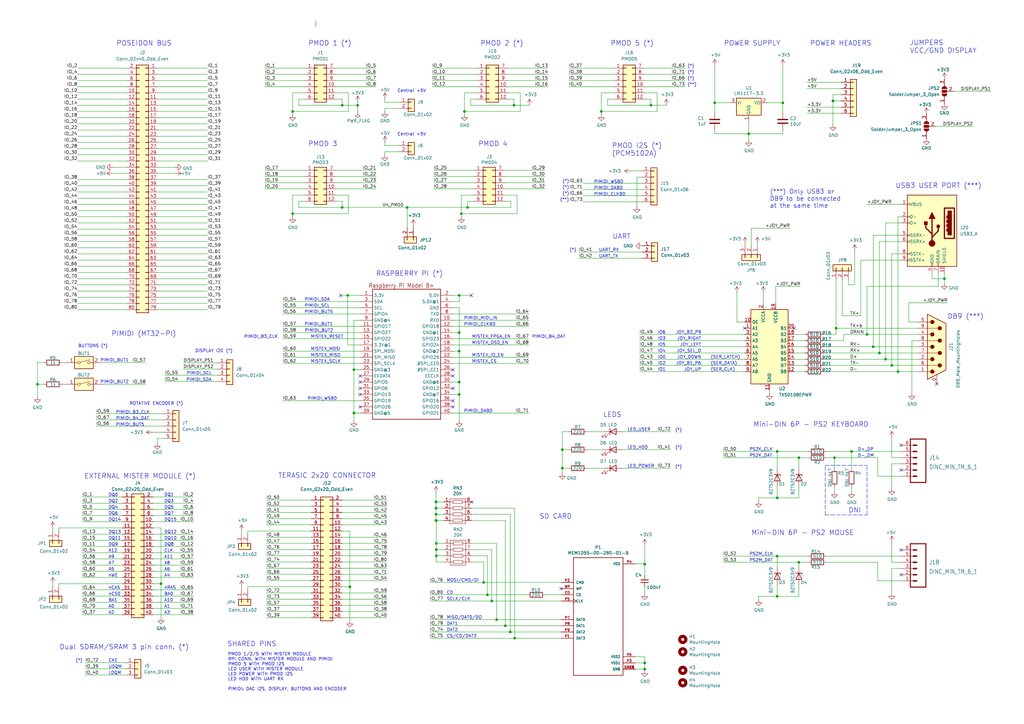
<source format=kicad_sch>
(kicad_sch (version 20211123) (generator eeschema)
  (paper "A3")
  (lib_symbols
    (symbol "BZT52Bxx_1" (pin_numbers hide) (pin_names hide)
      (property "Reference" "D" (at 0 2.54 0))
      (property "Value" "BZT52Bxx_1" (at 0 -2.54 0))
      (symbol "BZT52Bxx_1_1_1"
        (pin passive line (at -3.81 0 0) (length 2.54) (name "K") (number "1"))
        (pin passive line (at 3.81 0 180) (length 2.54) (name "A") (number "2"))
      )
    )
    (symbol "CYC10-Board-rescue:MEM1055-00-280-01-B-Componentes-CYC10-Board-rescue" (pin_names (offset 1.016))
      (property "Reference" "P" (at -10.16 25.4254 0))
      (property "Value" "MEM1055-00-280-01-B-Componentes-CYC10-Board-rescue" (at -10.16 -30.5054 0))
      (symbol "MEM1055-00-280-01-B-Componentes-CYC10-Board-rescue_0_0"
        (pin input line (at -15.24 7.62 0) (length 5.08) (name "CD") (number "CD"))
        (pin passive line (at 15.24 -22.86 180) (length 5.08) (name "GND") (number "GND1"))
        (pin passive line (at 15.24 -22.86 180) (length 5.08) (name "GND") (number "GND2"))
        (pin passive line (at 15.24 -22.86 180) (length 5.08) (name "GND") (number "GND3"))
        (pin passive line (at 15.24 -22.86 180) (length 5.08) (name "GND") (number "GND4"))
        (pin bidirectional line (at -15.24 -10.16 0) (length 5.08) (name "DAT3") (number "P1"))
        (pin input line (at -15.24 12.7 0) (length 5.08) (name "CMD") (number "P2"))
        (pin passive line (at 15.24 -20.32 180) (length 5.08) (name "VSS1") (number "P3"))
        (pin power_in line (at 15.24 20.32 180) (length 5.08) (name "VDD") (number "P4"))
        (pin input clock (at -15.24 5.08 0) (length 5.08) (name "CLK") (number "P5"))
        (pin passive line (at 15.24 -17.78 180) (length 5.08) (name "VSS2") (number "P6"))
        (pin bidirectional line (at -15.24 -2.54 0) (length 5.08) (name "DAT0") (number "P7"))
        (pin bidirectional line (at -15.24 -5.08 0) (length 5.08) (name "DAT1") (number "P8"))
        (pin bidirectional line (at -15.24 -7.62 0) (length 5.08) (name "DAT2") (number "P9"))
        (pin input line (at -15.24 10.16 0) (length 5.08) (name "WP") (number "WP"))
      )
    )
    (symbol "CYC10-Board-rescue:R_Array-Componentes-CYC10-Board-rescue-CYC10-Board-rescue-CYC10-Board-rescue" (pin_names (offset 1.016))
      (property "Reference" "RN" (at 0 0 0))
      (property "Value" "R_Array-Componentes-CYC10-Board-rescue-CYC10-Board-rescue-CYC10-Board-rescue" (at 0 0 0))
      (symbol "R_Array-Componentes-CYC10-Board-rescue-CYC10-Board-rescue-CYC10-Board-rescue_1_1"
        (pin output line (at -5.715 -2.54 0) (length 2.54) (name "~") (number "1"))
        (pin output line (at -5.715 -5.08 0) (length 2.54) (name "~") (number "2"))
        (pin output line (at -5.715 -7.62 0) (length 2.54) (name "~") (number "3"))
        (pin output line (at -5.715 -10.16 0) (length 2.54) (name "~") (number "4"))
        (pin output line (at 5.715 -10.16 180) (length 2.54) (name "~") (number "5"))
        (pin output line (at 5.715 -7.62 180) (length 2.54) (name "~") (number "6"))
        (pin output line (at 5.715 -5.08 180) (length 2.54) (name "~") (number "7"))
        (pin output line (at 5.715 -2.54 180) (length 2.54) (name "~") (number "8"))
      )
    )
    (symbol "Connector:DB9_Male_MountingHoles" (pin_names (offset 1.016) hide)
      (property "Reference" "J" (at 0 16.51 0))
      (property "Value" "DB9_Male_MountingHoles" (at 0 14.605 0))
      (symbol "DB9_Male_MountingHoles_1_1"
        (pin passive line (at 0 -15.24 90) (length 3.81) (name "PAD") (number "0"))
        (pin passive line (at -7.62 -10.16 0) (length 3.81) (name "1") (number "1"))
        (pin passive line (at -7.62 -5.08 0) (length 3.81) (name "2") (number "2"))
        (pin passive line (at -7.62 0 0) (length 3.81) (name "3") (number "3"))
        (pin passive line (at -7.62 5.08 0) (length 3.81) (name "4") (number "4"))
        (pin passive line (at -7.62 10.16 0) (length 3.81) (name "5") (number "5"))
        (pin passive line (at -7.62 -7.62 0) (length 3.81) (name "6") (number "6"))
        (pin passive line (at -7.62 -2.54 0) (length 3.81) (name "7") (number "7"))
        (pin passive line (at -7.62 2.54 0) (length 3.81) (name "8") (number "8"))
        (pin passive line (at -7.62 7.62 0) (length 3.81) (name "9") (number "9"))
      )
    )
    (symbol "Connector:USB3_A" (pin_names (offset 1.016))
      (property "Reference" "J" (at -10.16 15.24 0))
      (property "Value" "USB3_A" (at 10.16 15.24 0))
      (symbol "USB3_A_1_1"
        (pin power_in line (at 12.7 10.16 180) (length 2.54) (name "VBUS") (number "1"))
        (pin passive line (at -5.08 -17.78 90) (length 2.54) (name "SHIELD") (number "10"))
        (pin bidirectional line (at 12.7 5.08 180) (length 2.54) (name "D-") (number "2"))
        (pin bidirectional line (at 12.7 2.54 180) (length 2.54) (name "D+") (number "3"))
        (pin power_in line (at 0 -17.78 90) (length 2.54) (name "GND") (number "4"))
        (pin output line (at 12.7 -2.54 180) (length 2.54) (name "SSRX-") (number "5"))
        (pin output line (at 12.7 -5.08 180) (length 2.54) (name "SSRX+") (number "6"))
        (pin passive line (at -2.54 -17.78 90) (length 2.54) (name "DRAIN") (number "7"))
        (pin input line (at 12.7 -10.16 180) (length 2.54) (name "SSTX-") (number "8"))
        (pin input line (at 12.7 -12.7 180) (length 2.54) (name "SSTX+") (number "9"))
      )
    )
    (symbol "Connector_Generic:Conn_01x02" (pin_names (offset 1.016) hide)
      (property "Reference" "J" (at 0 2.54 0))
      (property "Value" "Conn_01x02" (at 0 -5.08 0))
      (symbol "Conn_01x02_1_1"
        (pin passive line (at -5.08 0 0) (length 3.81) (name "Pin_1") (number "1"))
        (pin passive line (at -5.08 -2.54 0) (length 3.81) (name "Pin_2") (number "2"))
      )
    )
    (symbol "Connector_Generic:Conn_01x03" (pin_names (offset 1.016) hide)
      (property "Reference" "J" (at 0 5.08 0))
      (property "Value" "Conn_01x03" (at 0 -5.08 0))
      (symbol "Conn_01x03_1_1"
        (pin passive line (at -5.08 2.54 0) (length 3.81) (name "Pin_1") (number "1"))
        (pin passive line (at -5.08 0 0) (length 3.81) (name "Pin_2") (number "2"))
        (pin passive line (at -5.08 -2.54 0) (length 3.81) (name "Pin_3") (number "3"))
      )
    )
    (symbol "Connector_Generic:Conn_01x04" (pin_names (offset 1.016) hide)
      (property "Reference" "J" (at 0 5.08 0))
      (property "Value" "Conn_01x04" (at 0 -7.62 0))
      (symbol "Conn_01x04_1_1"
        (pin passive line (at -5.08 2.54 0) (length 3.81) (name "Pin_1") (number "1"))
        (pin passive line (at -5.08 0 0) (length 3.81) (name "Pin_2") (number "2"))
        (pin passive line (at -5.08 -2.54 0) (length 3.81) (name "Pin_3") (number "3"))
        (pin passive line (at -5.08 -5.08 0) (length 3.81) (name "Pin_4") (number "4"))
      )
    )
    (symbol "Connector_Generic:Conn_01x05" (pin_names (offset 1.016) hide)
      (property "Reference" "J" (at 0 7.62 0))
      (property "Value" "Conn_01x05" (at 0 -7.62 0))
      (symbol "Conn_01x05_1_1"
        (pin passive line (at -5.08 5.08 0) (length 3.81) (name "Pin_1") (number "1"))
        (pin passive line (at -5.08 2.54 0) (length 3.81) (name "Pin_2") (number "2"))
        (pin passive line (at -5.08 0 0) (length 3.81) (name "Pin_3") (number "3"))
        (pin passive line (at -5.08 -2.54 0) (length 3.81) (name "Pin_4") (number "4"))
        (pin passive line (at -5.08 -5.08 0) (length 3.81) (name "Pin_5") (number "5"))
      )
    )
    (symbol "Connector_Generic:Conn_01x06" (pin_names (offset 1.016) hide)
      (property "Reference" "J" (at 0 7.62 0))
      (property "Value" "Conn_01x06" (at 0 -10.16 0))
      (symbol "Conn_01x06_1_1"
        (pin passive line (at -5.08 5.08 0) (length 3.81) (name "Pin_1") (number "1"))
        (pin passive line (at -5.08 2.54 0) (length 3.81) (name "Pin_2") (number "2"))
        (pin passive line (at -5.08 0 0) (length 3.81) (name "Pin_3") (number "3"))
        (pin passive line (at -5.08 -2.54 0) (length 3.81) (name "Pin_4") (number "4"))
        (pin passive line (at -5.08 -5.08 0) (length 3.81) (name "Pin_5") (number "5"))
        (pin passive line (at -5.08 -7.62 0) (length 3.81) (name "Pin_6") (number "6"))
      )
    )
    (symbol "Connector_Generic:Conn_02x06_Top_Bottom" (pin_names (offset 1.016) hide)
      (property "Reference" "J" (at 1.27 7.62 0))
      (property "Value" "Conn_02x06_Top_Bottom" (at 1.27 -10.16 0))
      (symbol "Conn_02x06_Top_Bottom_1_1"
        (pin passive line (at -5.08 5.08 0) (length 3.81) (name "Pin_1") (number "1"))
        (pin passive line (at 7.62 -2.54 180) (length 3.81) (name "Pin_10") (number "10"))
        (pin passive line (at 7.62 -5.08 180) (length 3.81) (name "Pin_11") (number "11"))
        (pin passive line (at 7.62 -7.62 180) (length 3.81) (name "Pin_12") (number "12"))
        (pin passive line (at -5.08 2.54 0) (length 3.81) (name "Pin_2") (number "2"))
        (pin passive line (at -5.08 0 0) (length 3.81) (name "Pin_3") (number "3"))
        (pin passive line (at -5.08 -2.54 0) (length 3.81) (name "Pin_4") (number "4"))
        (pin passive line (at -5.08 -5.08 0) (length 3.81) (name "Pin_5") (number "5"))
        (pin passive line (at -5.08 -7.62 0) (length 3.81) (name "Pin_6") (number "6"))
        (pin passive line (at 7.62 5.08 180) (length 3.81) (name "Pin_7") (number "7"))
        (pin passive line (at 7.62 2.54 180) (length 3.81) (name "Pin_8") (number "8"))
        (pin passive line (at 7.62 0 180) (length 3.81) (name "Pin_9") (number "9"))
      )
    )
    (symbol "Connector_Generic:Conn_02x20_Odd_Even" (pin_names (offset 1.016) hide)
      (property "Reference" "J" (at 1.27 25.4 0))
      (property "Value" "Conn_02x20_Odd_Even" (at 1.27 -27.94 0))
      (symbol "Conn_02x20_Odd_Even_1_1"
        (pin passive line (at -5.08 22.86 0) (length 3.81) (name "Pin_1") (number "1"))
        (pin passive line (at 7.62 12.7 180) (length 3.81) (name "Pin_10") (number "10"))
        (pin passive line (at -5.08 10.16 0) (length 3.81) (name "Pin_11") (number "11"))
        (pin passive line (at 7.62 10.16 180) (length 3.81) (name "Pin_12") (number "12"))
        (pin passive line (at -5.08 7.62 0) (length 3.81) (name "Pin_13") (number "13"))
        (pin passive line (at 7.62 7.62 180) (length 3.81) (name "Pin_14") (number "14"))
        (pin passive line (at -5.08 5.08 0) (length 3.81) (name "Pin_15") (number "15"))
        (pin passive line (at 7.62 5.08 180) (length 3.81) (name "Pin_16") (number "16"))
        (pin passive line (at -5.08 2.54 0) (length 3.81) (name "Pin_17") (number "17"))
        (pin passive line (at 7.62 2.54 180) (length 3.81) (name "Pin_18") (number "18"))
        (pin passive line (at -5.08 0 0) (length 3.81) (name "Pin_19") (number "19"))
        (pin passive line (at 7.62 22.86 180) (length 3.81) (name "Pin_2") (number "2"))
        (pin passive line (at 7.62 0 180) (length 3.81) (name "Pin_20") (number "20"))
        (pin passive line (at -5.08 -2.54 0) (length 3.81) (name "Pin_21") (number "21"))
        (pin passive line (at 7.62 -2.54 180) (length 3.81) (name "Pin_22") (number "22"))
        (pin passive line (at -5.08 -5.08 0) (length 3.81) (name "Pin_23") (number "23"))
        (pin passive line (at 7.62 -5.08 180) (length 3.81) (name "Pin_24") (number "24"))
        (pin passive line (at -5.08 -7.62 0) (length 3.81) (name "Pin_25") (number "25"))
        (pin passive line (at 7.62 -7.62 180) (length 3.81) (name "Pin_26") (number "26"))
        (pin passive line (at -5.08 -10.16 0) (length 3.81) (name "Pin_27") (number "27"))
        (pin passive line (at 7.62 -10.16 180) (length 3.81) (name "Pin_28") (number "28"))
        (pin passive line (at -5.08 -12.7 0) (length 3.81) (name "Pin_29") (number "29"))
        (pin passive line (at -5.08 20.32 0) (length 3.81) (name "Pin_3") (number "3"))
        (pin passive line (at 7.62 -12.7 180) (length 3.81) (name "Pin_30") (number "30"))
        (pin passive line (at -5.08 -15.24 0) (length 3.81) (name "Pin_31") (number "31"))
        (pin passive line (at 7.62 -15.24 180) (length 3.81) (name "Pin_32") (number "32"))
        (pin passive line (at -5.08 -17.78 0) (length 3.81) (name "Pin_33") (number "33"))
        (pin passive line (at 7.62 -17.78 180) (length 3.81) (name "Pin_34") (number "34"))
        (pin passive line (at -5.08 -20.32 0) (length 3.81) (name "Pin_35") (number "35"))
        (pin passive line (at 7.62 -20.32 180) (length 3.81) (name "Pin_36") (number "36"))
        (pin passive line (at -5.08 -22.86 0) (length 3.81) (name "Pin_37") (number "37"))
        (pin passive line (at 7.62 -22.86 180) (length 3.81) (name "Pin_38") (number "38"))
        (pin passive line (at -5.08 -25.4 0) (length 3.81) (name "Pin_39") (number "39"))
        (pin passive line (at 7.62 20.32 180) (length 3.81) (name "Pin_4") (number "4"))
        (pin passive line (at 7.62 -25.4 180) (length 3.81) (name "Pin_40") (number "40"))
        (pin passive line (at -5.08 17.78 0) (length 3.81) (name "Pin_5") (number "5"))
        (pin passive line (at 7.62 17.78 180) (length 3.81) (name "Pin_6") (number "6"))
        (pin passive line (at -5.08 15.24 0) (length 3.81) (name "Pin_7") (number "7"))
        (pin passive line (at 7.62 15.24 180) (length 3.81) (name "Pin_8") (number "8"))
        (pin passive line (at -5.08 12.7 0) (length 3.81) (name "Pin_9") (number "9"))
      )
    )
    (symbol "Connector_Generic:Conn_02x40_Odd_Even" (pin_names (offset 1.016) hide)
      (property "Reference" "J" (at 1.27 50.8 0))
      (property "Value" "Conn_02x40_Odd_Even" (at 1.27 -53.34 0))
      (symbol "Conn_02x40_Odd_Even_1_1"
        (pin passive line (at -5.08 48.26 0) (length 3.81) (name "Pin_1") (number "1"))
        (pin passive line (at 7.62 38.1 180) (length 3.81) (name "Pin_10") (number "10"))
        (pin passive line (at -5.08 35.56 0) (length 3.81) (name "Pin_11") (number "11"))
        (pin passive line (at 7.62 35.56 180) (length 3.81) (name "Pin_12") (number "12"))
        (pin passive line (at -5.08 33.02 0) (length 3.81) (name "Pin_13") (number "13"))
        (pin passive line (at 7.62 33.02 180) (length 3.81) (name "Pin_14") (number "14"))
        (pin passive line (at -5.08 30.48 0) (length 3.81) (name "Pin_15") (number "15"))
        (pin passive line (at 7.62 30.48 180) (length 3.81) (name "Pin_16") (number "16"))
        (pin passive line (at -5.08 27.94 0) (length 3.81) (name "Pin_17") (number "17"))
        (pin passive line (at 7.62 27.94 180) (length 3.81) (name "Pin_18") (number "18"))
        (pin passive line (at -5.08 25.4 0) (length 3.81) (name "Pin_19") (number "19"))
        (pin passive line (at 7.62 48.26 180) (length 3.81) (name "Pin_2") (number "2"))
        (pin passive line (at 7.62 25.4 180) (length 3.81) (name "Pin_20") (number "20"))
        (pin passive line (at -5.08 22.86 0) (length 3.81) (name "Pin_21") (number "21"))
        (pin passive line (at 7.62 22.86 180) (length 3.81) (name "Pin_22") (number "22"))
        (pin passive line (at -5.08 20.32 0) (length 3.81) (name "Pin_23") (number "23"))
        (pin passive line (at 7.62 20.32 180) (length 3.81) (name "Pin_24") (number "24"))
        (pin passive line (at -5.08 17.78 0) (length 3.81) (name "Pin_25") (number "25"))
        (pin passive line (at 7.62 17.78 180) (length 3.81) (name "Pin_26") (number "26"))
        (pin passive line (at -5.08 15.24 0) (length 3.81) (name "Pin_27") (number "27"))
        (pin passive line (at 7.62 15.24 180) (length 3.81) (name "Pin_28") (number "28"))
        (pin passive line (at -5.08 12.7 0) (length 3.81) (name "Pin_29") (number "29"))
        (pin passive line (at -5.08 45.72 0) (length 3.81) (name "Pin_3") (number "3"))
        (pin passive line (at 7.62 12.7 180) (length 3.81) (name "Pin_30") (number "30"))
        (pin passive line (at -5.08 10.16 0) (length 3.81) (name "Pin_31") (number "31"))
        (pin passive line (at 7.62 10.16 180) (length 3.81) (name "Pin_32") (number "32"))
        (pin passive line (at -5.08 7.62 0) (length 3.81) (name "Pin_33") (number "33"))
        (pin passive line (at 7.62 7.62 180) (length 3.81) (name "Pin_34") (number "34"))
        (pin passive line (at -5.08 5.08 0) (length 3.81) (name "Pin_35") (number "35"))
        (pin passive line (at 7.62 5.08 180) (length 3.81) (name "Pin_36") (number "36"))
        (pin passive line (at -5.08 2.54 0) (length 3.81) (name "Pin_37") (number "37"))
        (pin passive line (at 7.62 2.54 180) (length 3.81) (name "Pin_38") (number "38"))
        (pin passive line (at -5.08 0 0) (length 3.81) (name "Pin_39") (number "39"))
        (pin passive line (at 7.62 45.72 180) (length 3.81) (name "Pin_4") (number "4"))
        (pin passive line (at 7.62 0 180) (length 3.81) (name "Pin_40") (number "40"))
        (pin passive line (at -5.08 -2.54 0) (length 3.81) (name "Pin_41") (number "41"))
        (pin passive line (at 7.62 -2.54 180) (length 3.81) (name "Pin_42") (number "42"))
        (pin passive line (at -5.08 -5.08 0) (length 3.81) (name "Pin_43") (number "43"))
        (pin passive line (at 7.62 -5.08 180) (length 3.81) (name "Pin_44") (number "44"))
        (pin passive line (at -5.08 -7.62 0) (length 3.81) (name "Pin_45") (number "45"))
        (pin passive line (at 7.62 -7.62 180) (length 3.81) (name "Pin_46") (number "46"))
        (pin passive line (at -5.08 -10.16 0) (length 3.81) (name "Pin_47") (number "47"))
        (pin passive line (at 7.62 -10.16 180) (length 3.81) (name "Pin_48") (number "48"))
        (pin passive line (at -5.08 -12.7 0) (length 3.81) (name "Pin_49") (number "49"))
        (pin passive line (at -5.08 43.18 0) (length 3.81) (name "Pin_5") (number "5"))
        (pin passive line (at 7.62 -12.7 180) (length 3.81) (name "Pin_50") (number "50"))
        (pin passive line (at -5.08 -15.24 0) (length 3.81) (name "Pin_51") (number "51"))
        (pin passive line (at 7.62 -15.24 180) (length 3.81) (name "Pin_52") (number "52"))
        (pin passive line (at -5.08 -17.78 0) (length 3.81) (name "Pin_53") (number "53"))
        (pin passive line (at 7.62 -17.78 180) (length 3.81) (name "Pin_54") (number "54"))
        (pin passive line (at -5.08 -20.32 0) (length 3.81) (name "Pin_55") (number "55"))
        (pin passive line (at 7.62 -20.32 180) (length 3.81) (name "Pin_56") (number "56"))
        (pin passive line (at -5.08 -22.86 0) (length 3.81) (name "Pin_57") (number "57"))
        (pin passive line (at 7.62 -22.86 180) (length 3.81) (name "Pin_58") (number "58"))
        (pin passive line (at -5.08 -25.4 0) (length 3.81) (name "Pin_59") (number "59"))
        (pin passive line (at 7.62 43.18 180) (length 3.81) (name "Pin_6") (number "6"))
        (pin passive line (at 7.62 -25.4 180) (length 3.81) (name "Pin_60") (number "60"))
        (pin passive line (at -5.08 -27.94 0) (length 3.81) (name "Pin_61") (number "61"))
        (pin passive line (at 7.62 -27.94 180) (length 3.81) (name "Pin_62") (number "62"))
        (pin passive line (at -5.08 -30.48 0) (length 3.81) (name "Pin_63") (number "63"))
        (pin passive line (at 7.62 -30.48 180) (length 3.81) (name "Pin_64") (number "64"))
        (pin passive line (at -5.08 -33.02 0) (length 3.81) (name "Pin_65") (number "65"))
        (pin passive line (at 7.62 -33.02 180) (length 3.81) (name "Pin_66") (number "66"))
        (pin passive line (at -5.08 -35.56 0) (length 3.81) (name "Pin_67") (number "67"))
        (pin passive line (at 7.62 -35.56 180) (length 3.81) (name "Pin_68") (number "68"))
        (pin passive line (at -5.08 -38.1 0) (length 3.81) (name "Pin_69") (number "69"))
        (pin passive line (at -5.08 40.64 0) (length 3.81) (name "Pin_7") (number "7"))
        (pin passive line (at 7.62 -38.1 180) (length 3.81) (name "Pin_70") (number "70"))
        (pin passive line (at -5.08 -40.64 0) (length 3.81) (name "Pin_71") (number "71"))
        (pin passive line (at 7.62 -40.64 180) (length 3.81) (name "Pin_72") (number "72"))
        (pin passive line (at -5.08 -43.18 0) (length 3.81) (name "Pin_73") (number "73"))
        (pin passive line (at 7.62 -43.18 180) (length 3.81) (name "Pin_74") (number "74"))
        (pin passive line (at -5.08 -45.72 0) (length 3.81) (name "Pin_75") (number "75"))
        (pin passive line (at 7.62 -45.72 180) (length 3.81) (name "Pin_76") (number "76"))
        (pin passive line (at -5.08 -48.26 0) (length 3.81) (name "Pin_77") (number "77"))
        (pin passive line (at 7.62 -48.26 180) (length 3.81) (name "Pin_78") (number "78"))
        (pin passive line (at -5.08 -50.8 0) (length 3.81) (name "Pin_79") (number "79"))
        (pin passive line (at 7.62 40.64 180) (length 3.81) (name "Pin_8") (number "8"))
        (pin passive line (at 7.62 -50.8 180) (length 3.81) (name "Pin_80") (number "80"))
        (pin passive line (at -5.08 38.1 0) (length 3.81) (name "Pin_9") (number "9"))
      )
    )
    (symbol "Device:C" (pin_numbers hide) (pin_names (offset 0.254))
      (property "Reference" "C" (at 0.635 2.54 0))
      (property "Value" "C" (at 0.635 -2.54 0))
      (symbol "C_1_1"
        (pin passive line (at 0 3.81 270) (length 2.794) (name "~") (number "1"))
        (pin passive line (at 0 -3.81 90) (length 2.794) (name "~") (number "2"))
      )
    )
    (symbol "Device:C_Small" (pin_numbers hide) (pin_names (offset 0.254) hide)
      (property "Reference" "C" (at 0.254 1.778 0))
      (property "Value" "C_Small" (at 0.254 -2.032 0))
      (symbol "C_Small_1_1"
        (pin passive line (at 0 2.54 270) (length 2.032) (name "~") (number "1"))
        (pin passive line (at 0 -2.54 90) (length 2.032) (name "~") (number "2"))
      )
    )
    (symbol "Device:LED" (pin_numbers hide) (pin_names (offset 1.016) hide)
      (property "Reference" "D" (at 0 2.54 0))
      (property "Value" "LED" (at 0 -2.54 0))
      (symbol "LED_1_1"
        (pin passive line (at -3.81 0 0) (length 2.54) (name "K") (number "1"))
        (pin passive line (at 3.81 0 180) (length 2.54) (name "A") (number "2"))
      )
    )
    (symbol "Device:R" (pin_numbers hide) (pin_names (offset 0))
      (property "Reference" "R" (at 2.032 0 90))
      (property "Value" "R" (at 0 0 90))
      (symbol "R_1_1"
        (pin passive line (at 0 3.81 270) (length 1.27) (name "~") (number "1"))
        (pin passive line (at 0 -3.81 90) (length 1.27) (name "~") (number "2"))
      )
    )
    (symbol "Jumper:SolderJumper_3_Open" (pin_names (offset 0) hide)
      (property "Reference" "JP" (at -2.54 -2.54 0))
      (property "Value" "SolderJumper_3_Open" (at 0 2.794 0))
      (symbol "SolderJumper_3_Open_1_1"
        (pin passive line (at -5.08 0 0) (length 2.54) (name "A") (number "1"))
        (pin passive line (at 0 -3.81 90) (length 2.54) (name "C") (number "2"))
        (pin passive line (at 5.08 0 180) (length 2.54) (name "B") (number "3"))
      )
    )
    (symbol "Logic_LevelTranslator:TXS0108EPW"
      (property "Reference" "U" (at -6.35 16.51 0))
      (property "Value" "TXS0108EPW" (at 3.81 16.51 0))
      (symbol "TXS0108EPW_1_1"
        (pin bidirectional line (at -10.16 7.62 0) (length 2.54) (name "A1") (number "1"))
        (pin input line (at -10.16 10.16 0) (length 2.54) (name "OE") (number "10"))
        (pin power_in line (at 0 -17.78 90) (length 2.54) (name "GND") (number "11"))
        (pin bidirectional line (at 10.16 -10.16 180) (length 2.54) (name "B8") (number "12"))
        (pin bidirectional line (at 10.16 -7.62 180) (length 2.54) (name "B7") (number "13"))
        (pin bidirectional line (at 10.16 -5.08 180) (length 2.54) (name "B6") (number "14"))
        (pin bidirectional line (at 10.16 -2.54 180) (length 2.54) (name "B5") (number "15"))
        (pin bidirectional line (at 10.16 0 180) (length 2.54) (name "B4") (number "16"))
        (pin bidirectional line (at 10.16 2.54 180) (length 2.54) (name "B3") (number "17"))
        (pin bidirectional line (at 10.16 5.08 180) (length 2.54) (name "B2") (number "18"))
        (pin power_in line (at 2.54 17.78 270) (length 2.54) (name "VCCB") (number "19"))
        (pin power_in line (at -2.54 17.78 270) (length 2.54) (name "VCCA") (number "2"))
        (pin bidirectional line (at 10.16 7.62 180) (length 2.54) (name "B1") (number "20"))
        (pin bidirectional line (at -10.16 5.08 0) (length 2.54) (name "A2") (number "3"))
        (pin bidirectional line (at -10.16 2.54 0) (length 2.54) (name "A3") (number "4"))
        (pin bidirectional line (at -10.16 0 0) (length 2.54) (name "A4") (number "5"))
        (pin bidirectional line (at -10.16 -2.54 0) (length 2.54) (name "A5") (number "6"))
        (pin bidirectional line (at -10.16 -5.08 0) (length 2.54) (name "A6") (number "7"))
        (pin bidirectional line (at -10.16 -7.62 0) (length 2.54) (name "A7") (number "8"))
        (pin bidirectional line (at -10.16 -10.16 0) (length 2.54) (name "A8") (number "9"))
      )
    )
    (symbol "Mechanical:MountingHole" (pin_names (offset 1.016))
      (property "Reference" "H" (at 0 5.08 0))
      (property "Value" "MountingHole" (at 0 3.175 0))
    )
    (symbol "Regulator_Linear:LM1117-3.3" (pin_names (offset 0.254))
      (property "Reference" "U" (at -3.81 3.175 0))
      (property "Value" "LM1117-3.3" (at 0 3.175 0))
      (symbol "LM1117-3.3_1_1"
        (pin power_in line (at 0 -7.62 90) (length 2.54) (name "GND") (number "1"))
        (pin power_out line (at 7.62 0 180) (length 2.54) (name "VO") (number "2"))
        (pin power_in line (at -7.62 0 0) (length 2.54) (name "VI") (number "3"))
      )
    )
    (symbol "Switch:SW_DIP_x01" (pin_names (offset 0) hide)
      (property "Reference" "SW" (at 0 3.81 0))
      (property "Value" "SW_DIP_x01" (at 0 -3.81 0))
      (symbol "SW_DIP_x01_1_1"
        (pin passive line (at -7.62 0 0) (length 5.08) (name "~") (number "1"))
        (pin passive line (at 7.62 0 180) (length 5.08) (name "~") (number "2"))
      )
    )
    (symbol "USB3320-twam-Misc_1" (pin_names (offset 1.016))
      (property "Reference" "U6" (at 0 34.671 0))
      (property "Value" "USB3320" (at 0 32.3596 0))
      (symbol "USB3320-twam-Misc_1_1_1"
        (pin input line (at -15.24 -2.54 0) (length 2.54) (name "CLKOUT") (number "1"))
        (pin bidirectional line (at -15.24 12.7 0) (length 2.54) (name "DATA6") (number "10"))
        (pin input line (at -15.24 -10.16 0) (length 2.54) (name "REFSEL1") (number "11"))
        (pin no_connect line (at -15.24 -25.4 0) (length 2.54) hide (name "~") (number "12"))
        (pin bidirectional line (at -15.24 10.16 0) (length 2.54) (name "DATA7") (number "13"))
        (pin input line (at -15.24 -12.7 0) (length 2.54) (name "REFSEL2") (number "14"))
        (pin bidirectional line (at 15.24 -12.7 180) (length 2.54) (name "SPK_L") (number "15"))
        (pin bidirectional line (at 15.24 -15.24 180) (length 2.54) (name "SPK_R") (number "16"))
        (pin output line (at 15.24 5.08 180) (length 2.54) (name "CPEN") (number "17"))
        (pin bidirectional line (at 15.24 -5.08 180) (length 2.54) (name "DP") (number "18"))
        (pin bidirectional line (at 15.24 -2.54 180) (length 2.54) (name "DM") (number "19"))
        (pin output line (at -15.24 2.54 0) (length 2.54) (name "NXT") (number "2"))
        (pin power_in line (at 15.24 22.86 180) (length 2.54) (name "VDD33") (number "20"))
        (pin power_in line (at 15.24 27.94 180) (length 2.54) (name "VBAT") (number "21"))
        (pin input line (at 15.24 0 180) (length 2.54) (name "VBUS") (number "22"))
        (pin input line (at 15.24 -7.62 180) (length 2.54) (name "ID") (number "23"))
        (pin passive line (at 15.24 -20.32 180) (length 2.54) (name "RBIAS") (number "24"))
        (pin output line (at -15.24 -17.78 0) (length 2.54) (name "XO") (number "25"))
        (pin input line (at -15.24 -20.32 0) (length 2.54) (name "REFCLK") (number "26"))
        (pin input line (at -15.24 -22.86 0) (length 2.54) (name "RESETB") (number "27"))
        (pin power_in line (at 15.24 17.78 180) (length 2.54) (name "VDD18") (number "28"))
        (pin input line (at -15.24 5.08 0) (length 2.54) (name "STP") (number "29"))
        (pin bidirectional line (at -15.24 27.94 0) (length 2.54) (name "DATA0") (number "3"))
        (pin power_in line (at 15.24 15.24 180) (length 2.54) (name "VDD18") (number "30"))
        (pin output line (at -15.24 0 0) (length 2.54) (name "DIR") (number "31"))
        (pin power_in line (at 15.24 10.16 180) (length 2.54) (name "VDDIO") (number "32"))
        (pin power_in line (at 15.24 -25.4 180) (length 2.54) (name "GND") (number "33"))
        (pin bidirectional line (at -15.24 25.4 0) (length 2.54) (name "DATA1") (number "4"))
        (pin bidirectional line (at -15.24 22.86 0) (length 2.54) (name "DATA2") (number "5"))
        (pin bidirectional line (at -15.24 20.32 0) (length 2.54) (name "DATA3") (number "6"))
        (pin bidirectional line (at -15.24 17.78 0) (length 2.54) (name "DATA4") (number "7"))
        (pin input line (at -15.24 -7.62 0) (length 2.54) (name "REFSEL0") (number "8"))
        (pin bidirectional line (at -15.24 15.24 0) (length 2.54) (name "DATA5") (number "9"))
      )
    )
    (symbol "gomaDOSzero-eagle-import:RASPBERRYPI_BPLUS_BONNETNODIM"
      (symbol "RASPBERRYPI_BPLUS_BONNETNODIM_1_0"
        (text "Raspberry Pi Model B+" (at 12.7 25.4 0) (effects (font (size 1.778 1.5113)) (justify right top)))
        (pin power_out line (at -17.78 20.32 0) (length 5.08) (name "3.3V") (number "1"))
        (pin bidirectional line (at 20.32 10.16 180) (length 5.08) (name "RXD") (number "10"))
        (pin bidirectional line (at -17.78 7.62 0) (length 5.08) (name "GPIO17") (number "11"))
        (pin bidirectional line (at 20.32 7.62 180) (length 5.08) (name "GPIO18") (number "12"))
        (pin bidirectional line (at -17.78 5.08 0) (length 5.08) (name "GPIO27") (number "13"))
        (pin power_in line (at 20.32 5.08 180) (length 5.08) (name "GND@1") (number "14"))
        (pin bidirectional line (at -17.78 2.54 0) (length 5.08) (name "GPIO22") (number "15"))
        (pin bidirectional line (at 20.32 2.54 180) (length 5.08) (name "GPIO23") (number "16"))
        (pin power_in line (at -17.78 0 0) (length 5.08) (name "3.3V@1") (number "17"))
        (pin bidirectional line (at 20.32 0 180) (length 5.08) (name "GPIO24") (number "18"))
        (pin bidirectional line (at -17.78 -2.54 0) (length 5.08) (name "SPI_MOSI") (number "19"))
        (pin power_out line (at 20.32 20.32 180) (length 5.08) (name "5.0V") (number "2"))
        (pin power_in line (at 20.32 -2.54 180) (length 5.08) (name "GND@2") (number "20"))
        (pin bidirectional line (at -17.78 -5.08 0) (length 5.08) (name "SPI_MISO") (number "21"))
        (pin bidirectional line (at 20.32 -5.08 180) (length 5.08) (name "GPIO25") (number "22"))
        (pin bidirectional line (at -17.78 -7.62 0) (length 5.08) (name "SPI_SCLK") (number "23"))
        (pin bidirectional line (at 20.32 -7.62 180) (length 5.08) (name "#SPI_CE0") (number "24"))
        (pin power_in line (at -17.78 -10.16 0) (length 5.08) (name "GND@3") (number "25"))
        (pin bidirectional line (at 20.32 -10.16 180) (length 5.08) (name "#SPI_CE1") (number "26"))
        (pin bidirectional line (at -17.78 -12.7 0) (length 5.08) (name "EEDATA") (number "27"))
        (pin bidirectional line (at 20.32 -12.7 180) (length 5.08) (name "EECLK") (number "28"))
        (pin bidirectional line (at -17.78 -15.24 0) (length 5.08) (name "GPIO5") (number "29"))
        (pin bidirectional line (at -17.78 17.78 0) (length 5.08) (name "SDA") (number "3"))
        (pin power_in line (at 20.32 -15.24 180) (length 5.08) (name "GND@6") (number "30"))
        (pin bidirectional line (at -17.78 -17.78 0) (length 5.08) (name "GPIO6") (number "31"))
        (pin bidirectional line (at 20.32 -17.78 180) (length 5.08) (name "GPIO12") (number "32"))
        (pin bidirectional line (at -17.78 -20.32 0) (length 5.08) (name "GPIO13") (number "33"))
        (pin power_in line (at 20.32 -20.32 180) (length 5.08) (name "GND@7") (number "34"))
        (pin bidirectional line (at -17.78 -22.86 0) (length 5.08) (name "GPIO19") (number "35"))
        (pin bidirectional line (at 20.32 -22.86 180) (length 5.08) (name "GPIO16") (number "36"))
        (pin bidirectional line (at -17.78 -25.4 0) (length 5.08) (name "GPIO26") (number "37"))
        (pin bidirectional line (at 20.32 -25.4 180) (length 5.08) (name "GPIO20") (number "38"))
        (pin power_in line (at -17.78 -27.94 0) (length 5.08) (name "GND@5") (number "39"))
        (pin power_in line (at 20.32 17.78 180) (length 5.08) (name "5.0V@1") (number "4"))
        (pin bidirectional line (at 20.32 -27.94 180) (length 5.08) (name "GPIO21") (number "40"))
        (pin bidirectional line (at -17.78 15.24 0) (length 5.08) (name "SCL") (number "5"))
        (pin power_in line (at 20.32 15.24 180) (length 5.08) (name "GND") (number "6"))
        (pin bidirectional line (at -17.78 12.7 0) (length 5.08) (name "GPIO4") (number "7"))
        (pin bidirectional line (at 20.32 12.7 180) (length 5.08) (name "TXD") (number "8"))
        (pin power_in line (at -17.78 10.16 0) (length 5.08) (name "GND@4") (number "9"))
      )
    )
    (symbol "power:+3V3" (power) (pin_names (offset 0))
      (property "Value" "+3V3" (at 0 3.556 0))
      (symbol "+3V3_1_1"
        (pin power_in line (at 0 0 90) (length 0) hide (name "+3V3") (number "1"))
      )
    )
    (symbol "power:+5V" (power) (pin_names (offset 0))
      (property "Value" "+5V" (at 0 3.556 0))
      (symbol "+5V_1_1"
        (pin power_in line (at 0 0 90) (length 0) hide (name "+5V") (number "1"))
      )
    )
    (symbol "power:GND" (power) (pin_names (offset 0))
      (property "Value" "GND" (at 0 -3.81 0))
      (symbol "GND_1_1"
        (pin power_in line (at 0 0 270) (length 0) hide (name "GND") (number "1"))
      )
    )
    (symbol "power:PWR_FLAG" (power) (pin_numbers hide) (pin_names (offset 0) hide)
      (property "Value" "PWR_FLAG" (at 0 3.81 0))
      (symbol "PWR_FLAG_0_0"
        (pin power_out line (at 0 0 90) (length 0) (name "pwr") (number "1"))
      )
    )
    (symbol "usb_ulpi:USB3320-twam-Misc" (pin_names (offset 1.016))
      (property "Reference" "U5" (at 0 34.671 0))
      (property "Value" "USB3320" (at 0 32.3596 0))
      (property "Footprint" "Package_DFN_QFN:QFN-32-1EP_5x5mm_P0.5mm_EP3.3x3.3mm" (at 66.04 15.24 0))
      (symbol "USB3320-twam-Misc_1_1"
        (pin input line (at -15.24 -2.54 0) (length 2.54) (name "CLKOUT") (number "1"))
        (pin bidirectional line (at -15.24 12.7 0) (length 2.54) (name "DATA6") (number "10"))
        (pin input line (at -15.24 -10.16 0) (length 2.54) (name "REFSEL1") (number "11"))
        (pin no_connect line (at -15.24 -25.4 0) (length 2.54) hide (name "~") (number "12"))
        (pin bidirectional line (at -15.24 10.16 0) (length 2.54) (name "DATA7") (number "13"))
        (pin input line (at -15.24 -12.7 0) (length 2.54) (name "REFSEL2") (number "14"))
        (pin bidirectional line (at 15.24 -12.7 180) (length 2.54) (name "SPK_L") (number "15"))
        (pin bidirectional line (at 15.24 -15.24 180) (length 2.54) (name "SPK_R") (number "16"))
        (pin output line (at 15.24 5.08 180) (length 2.54) (name "CPEN") (number "17"))
        (pin bidirectional line (at 15.24 -5.08 180) (length 2.54) (name "DP") (number "18"))
        (pin bidirectional line (at 15.24 -2.54 180) (length 2.54) (name "DM") (number "19"))
        (pin output line (at -15.24 2.54 0) (length 2.54) (name "NXT") (number "2"))
        (pin power_in line (at 15.24 22.86 180) (length 2.54) (name "VDD33") (number "20"))
        (pin power_in line (at 15.24 27.94 180) (length 2.54) (name "VBAT") (number "21"))
        (pin input line (at 15.24 0 180) (length 2.54) (name "VBUS") (number "22"))
        (pin input line (at 15.24 -7.62 180) (length 2.54) (name "ID") (number "23"))
        (pin passive line (at 15.24 -20.32 180) (length 2.54) (name "RBIAS") (number "24"))
        (pin output line (at -15.24 -17.78 0) (length 2.54) (name "XO") (number "25"))
        (pin input line (at -15.24 -20.32 0) (length 2.54) (name "REFCLK") (number "26"))
        (pin input line (at -15.24 -22.86 0) (length 2.54) (name "RESETB") (number "27"))
        (pin power_in line (at 15.24 17.78 180) (length 2.54) (name "VDD18") (number "28"))
        (pin input line (at -15.24 5.08 0) (length 2.54) (name "STP") (number "29"))
        (pin bidirectional line (at -15.24 27.94 0) (length 2.54) (name "DATA0") (number "3"))
        (pin power_in line (at 15.24 15.24 180) (length 2.54) (name "VDD18") (number "30"))
        (pin output line (at -15.24 0 0) (length 2.54) (name "DIR") (number "31"))
        (pin power_in line (at 15.24 10.16 180) (length 2.54) (name "VDDIO") (number "32"))
        (pin power_in line (at 15.24 -25.4 180) (length 2.54) (name "GND") (number "33"))
        (pin bidirectional line (at -15.24 25.4 0) (length 2.54) (name "DATA1") (number "4"))
        (pin bidirectional line (at -15.24 22.86 0) (length 2.54) (name "DATA2") (number "5"))
        (pin bidirectional line (at -15.24 20.32 0) (length 2.54) (name "DATA3") (number "6"))
        (pin bidirectional line (at -15.24 17.78 0) (length 2.54) (name "DATA4") (number "7"))
        (pin input line (at -15.24 -7.62 0) (length 2.54) (name "REFSEL0") (number "8"))
        (pin bidirectional line (at -15.24 15.24 0) (length 2.54) (name "DATA5") (number "9"))
      )
    )
    (symbol "zxuno-eagle-import:DINC_MIN_TM_6_1"
      (property "Value" "DINC_MIN_TM_6_1" (at -5.08 -10.16 0))
      (symbol "DINC_MIN_TM_6_1_1_0"
        (pin passive line (at 5.08 -5.08 180) (length 5.08) (name "1") (number "1"))
        (pin passive line (at 5.08 -2.54 180) (length 5.08) (name "2") (number "2"))
        (pin passive line (at 5.08 0 180) (length 5.08) (name "3") (number "3"))
        (pin passive line (at 5.08 2.54 180) (length 5.08) (name "4") (number "4"))
        (pin passive line (at 5.08 5.08 180) (length 5.08) (name "5") (number "5"))
        (pin passive line (at 5.08 7.62 180) (length 5.08) (name "6") (number "6"))
      )
    )
  )
  (junction (at 365.76 149.86))
  (junction (at 318.77 185.166))
  (junction (at 368.3 152.4))
  (junction (at 146.685 43.18))
  (junction (at 178.816 208.407))
  (junction (at 188.341 161.798))
  (junction (at 349.25 185.166))
  (junction (at 264.414 231.394))
  (junction (at 358.14 142.24))
  (junction (at 145.161 169.418))
  (junction (at 190.5 45.72))
  (junction (at 143.51 240.665))
  (junction (at 188.341 156.718))
  (junction (at 318.77 228.092))
  (junction (at 178.949 222.885))
  (junction (at 199.898 243.967))
  (junction (at 246.634 45.72))
  (junction (at 178.949 213.487))
  (junction (at 209.296 259.207))
  (junction (at 140.335 43.18))
  (junction (at 327.66 187.706))
  (junction (at 189.23 87.63))
  (junction (at 120.015 45.72))
  (junction (at 178.816 213.487))
  (junction (at 321.056 42.164))
  (junction (at 198.374 238.887))
  (junction (at 188.341 136.398))
  (junction (at 201.676 246.507))
  (junction (at 140.335 85.09))
  (junction (at 178.949 225.425))
  (junction (at 264.414 271.907))
  (junction (at 167.005 85.09))
  (junction (at 264.414 274.447))
  (junction (at 230.632 192.024))
  (junction (at 293.116 42.164))
  (junction (at 145.161 151.638))
  (junction (at 387.35 114.3))
  (junction (at 341.63 41.402))
  (junction (at 307.086 54.864))
  (junction (at 318.77 244.602))
  (junction (at 363.22 147.32))
  (junction (at 15.367 157.607))
  (junction (at 178.949 227.965))
  (junction (at 120.015 87.63))
  (junction (at 342.265 187.706))
  (junction (at 230.632 184.404))
  (junction (at 327.66 230.632))
  (junction (at 266.954 43.18))
  (junction (at 188.341 121.158))
  (junction (at 360.68 144.78))
  (junction (at 191.77 85.09))
  (junction (at 188.341 144.018))
  (junction (at 203.708 254.127))
  (junction (at 318.77 204.216))
  (junction (at 211.074 261.747))
  (junction (at 66.04 239.395))
  (junction (at 207.264 256.667))
  (junction (at 142.621 121.158))
  (junction (at 342.9 134.62))
  (junction (at 178.816 210.947))
  (junction (at 178.816 205.867))
  (junction (at 210.82 43.18))
  (junction (at 355.6 137.16))
  (no_connect (at 185.801 166.878))
  (no_connect (at 369.57 235.712))
  (no_connect (at 230.124 241.427))
  (no_connect (at 193.294 121.158))
  (no_connect (at 305.435 134.62))
  (no_connect (at 185.801 154.178))
  (no_connect (at 147.701 166.878))
  (no_connect (at 185.801 159.258))
  (no_connect (at 369.57 182.626))
  (no_connect (at 384.175 157.48))
  (no_connect (at 369.57 225.552))
  (no_connect (at 147.701 156.718))
  (no_connect (at 147.701 161.798))
  (no_connect (at 147.701 154.178))
  (no_connect (at 369.57 192.786))
  (no_connect (at 325.755 134.62))
  (no_connect (at 147.701 159.258))
  (no_connect (at 185.801 164.338))
  (no_connect (at 185.801 151.638))
  (no_connect (at 193.548 205.867))
  (no_connect (at 139.7 121.158))
  (wire (pts (xy 50.165 244.475) (xy 33.655 244.475)))
  (wire (pts (xy 50.165 224.155) (xy 33.655 224.155)))
  (wire (pts (xy 125.095 74.93) (xy 108.585 74.93)))
  (wire (pts (xy 31.75 127) (xy 52.07 127)))
  (wire (pts (xy 355.6 117.475) (xy 355.6 137.16)))
  (wire (pts (xy 314.706 42.164) (xy 321.056 42.164)))
  (wire (pts (xy 64.77 30.48) (xy 85.09 30.48)))
  (wire (pts (xy 101.6 217.805) (xy 101.6 219.075)))
  (wire (pts (xy 360.68 99.06) (xy 360.68 144.78)))
  (wire (pts (xy 178.816 205.867) (xy 178.816 208.407)))
  (wire (pts (xy 185.801 144.018) (xy 188.341 144.018)))
  (wire (pts (xy 363.22 147.32) (xy 376.555 147.32)))
  (wire (pts (xy 50.165 236.855) (xy 33.655 236.855)))
  (wire (pts (xy 189.23 88.9) (xy 189.23 87.63)))
  (wire (pts (xy 15.367 157.607) (xy 17.907 157.607)))
  (wire (pts (xy 327.66 240.157) (xy 327.66 244.602)))
  (polyline (pts (xy 435.102 215.646) (xy 490.982 215.646)))
  (wire (pts (xy 260.604 274.447) (xy 264.414 274.447)))
  (wire (pts (xy 109.22 210.185) (xy 127.635 210.185)))
  (wire (pts (xy 296.545 185.166) (xy 318.77 185.166)))
  (wire (pts (xy 189.23 80.01) (xy 189.23 87.63)))
  (wire (pts (xy 125.095 33.02) (xy 108.585 33.02)))
  (wire (pts (xy 125.095 35.56) (xy 108.585 35.56)))
  (wire (pts (xy 339.09 187.706) (xy 342.265 187.706)))
  (wire (pts (xy 26.797 148.717) (xy 25.527 148.717)))
  (wire (pts (xy 140.335 85.09) (xy 167.005 85.09)))
  (wire (pts (xy 64.77 86.36) (xy 85.09 86.36)))
  (wire (pts (xy 372.745 124.206) (xy 388.62 124.206)))
  (wire (pts (xy 337.82 147.32) (xy 363.22 147.32)))
  (wire (pts (xy 365.76 104.14) (xy 365.76 149.86)))
  (wire (pts (xy 249.174 43.18) (xy 266.954 43.18)))
  (wire (pts (xy 264.414 271.907) (xy 264.414 274.447)))
  (wire (pts (xy 26.797 157.607) (xy 25.527 157.607)))
  (wire (pts (xy 311.15 244.602) (xy 318.77 244.602)))
  (wire (pts (xy 140.335 40.64) (xy 137.795 40.64)))
  (wire (pts (xy 176.276 256.667) (xy 207.264 256.667)))
  (wire (pts (xy 313.055 120.015) (xy 313.055 124.46)))
  (wire (pts (xy 67.564 153.924) (xy 89.154 153.924)))
  (wire (pts (xy 50.165 226.695) (xy 33.655 226.695)))
  (wire (pts (xy 280.924 27.94) (xy 264.414 27.94)))
  (wire (pts (xy 342.265 199.771) (xy 342.265 201.676)))
  (wire (pts (xy 31.75 116.84) (xy 52.07 116.84)))
  (wire (pts (xy 31.75 63.5) (xy 52.07 63.5)))
  (wire (pts (xy 31.75 58.42) (xy 52.07 58.42)))
  (wire (pts (xy 369.57 91.44) (xy 363.22 91.44)))
  (wire (pts (xy 178.949 225.425) (xy 182.124 225.425)))
  (wire (pts (xy 31.75 45.72) (xy 52.07 45.72)))
  (wire (pts (xy 79.375 226.695) (xy 62.865 226.695)))
  (wire (pts (xy 140.335 215.265) (xy 158.75 215.265)))
  (wire (pts (xy 42.037 157.607) (xy 59.817 157.607)))
  (wire (pts (xy 140.335 230.505) (xy 158.75 230.505)))
  (wire (pts (xy 315.595 161.29) (xy 315.595 160.02)))
  (wire (pts (xy 145.161 169.418) (xy 145.161 151.638)))
  (wire (pts (xy 337.82 144.78) (xy 360.68 144.78)))
  (wire (pts (xy 318.77 192.151) (xy 318.77 185.166)))
  (wire (pts (xy 140.335 43.18) (xy 140.335 40.64)))
  (wire (pts (xy 64.77 45.72) (xy 85.09 45.72)))
  (wire (pts (xy 125.095 38.1) (xy 120.015 38.1)))
  (wire (pts (xy 327.66 187.706) (xy 331.47 187.706)))
  (wire (pts (xy 382.27 114.3) (xy 382.27 111.76)))
  (wire (pts (xy 209.55 82.55) (xy 207.01 82.55)))
  (wire (pts (xy 62.865 239.395) (xy 66.04 239.395)))
  (wire (pts (xy 339.09 185.166) (xy 349.25 185.166)))
  (wire (pts (xy 240.792 192.024) (xy 247.65 192.024)))
  (wire (pts (xy 31.75 73.66) (xy 52.07 73.66)))
  (wire (pts (xy 191.77 85.09) (xy 209.55 85.09)))
  (wire (pts (xy 262.255 139.7) (xy 305.435 139.7)))
  (wire (pts (xy 302.26 120.015) (xy 302.26 132.08)))
  (wire (pts (xy 195.58 38.1) (xy 190.5 38.1)))
  (wire (pts (xy 75.184 148.844) (xy 89.154 148.844)))
  (wire (pts (xy 140.335 240.665) (xy 143.51 240.665)))
  (wire (pts (xy 79.375 236.855) (xy 62.865 236.855)))
  (wire (pts (xy 176.276 246.507) (xy 201.676 246.507)))
  (wire (pts (xy 305.562 99.822) (xy 305.562 100.584)))
  (wire (pts (xy 203.708 222.885) (xy 203.708 254.127)))
  (wire (pts (xy 145.161 131.318) (xy 147.701 131.318)))
  (wire (pts (xy 125.095 69.85) (xy 108.585 69.85)))
  (wire (pts (xy 190.5 45.72) (xy 190.5 46.99)))
  (wire (pts (xy 230.632 192.024) (xy 230.632 184.404)))
  (wire (pts (xy 213.36 45.72) (xy 213.36 38.1)))
  (wire (pts (xy 157.861 59.69) (xy 163.576 59.69)))
  (wire (pts (xy 230.632 184.404) (xy 233.172 184.404)))
  (wire (pts (xy 31.75 124.46) (xy 52.07 124.46)))
  (wire (pts (xy 325.755 144.78) (xy 330.2 144.78)))
  (wire (pts (xy 193.554 222.885) (xy 203.708 222.885)))
  (wire (pts (xy 185.801 128.778) (xy 216.916 128.778)))
  (wire (pts (xy 178.949 222.885) (xy 182.124 222.885)))
  (wire (pts (xy 239.014 82.804) (xy 263.144 82.804)))
  (wire (pts (xy 369.57 233.172) (xy 365.76 233.172)))
  (wire (pts (xy 31.75 38.1) (xy 52.07 38.1)))
  (wire (pts (xy 31.75 40.64) (xy 52.07 40.64)))
  (wire (pts (xy 64.77 35.56) (xy 85.09 35.56)))
  (wire (pts (xy 122.555 82.55) (xy 122.555 85.09)))
  (wire (pts (xy 188.341 123.698) (xy 188.341 121.158)))
  (wire (pts (xy 154.305 72.39) (xy 137.795 72.39)))
  (wire (pts (xy 233.299 27.94) (xy 251.714 27.94)))
  (wire (pts (xy 342.265 192.151) (xy 342.265 187.706)))
  (wire (pts (xy 191.77 82.55) (xy 194.31 82.55)))
  (wire (pts (xy 360.045 230.632) (xy 360.045 238.252)))
  (wire (pts (xy 15.367 157.607) (xy 15.367 148.717)))
  (wire (pts (xy 296.545 187.706) (xy 327.66 187.706)))
  (wire (pts (xy 157.861 58.42) (xy 157.861 59.69)))
  (wire (pts (xy 79.375 213.995) (xy 62.865 213.995)))
  (wire (pts (xy 122.555 82.55) (xy 125.095 82.55)))
  (wire (pts (xy 31.75 111.76) (xy 52.07 111.76)))
  (wire (pts (xy 109.22 250.825) (xy 127.635 250.825)))
  (wire (pts (xy 157.861 62.23) (xy 163.576 62.23)))
  (wire (pts (xy 318.135 117.475) (xy 328.295 117.475)))
  (wire (pts (xy 237.363 103.378) (xy 263.398 103.378)))
  (wire (pts (xy 365.76 179.451) (xy 365.76 187.706)))
  (wire (pts (xy 50.165 241.935) (xy 33.655 241.935)))
  (wire (pts (xy 79.375 219.075) (xy 62.865 219.075)))
  (wire (pts (xy 360.68 144.78) (xy 376.555 144.78)))
  (wire (pts (xy 293.116 54.864) (xy 307.086 54.864)))
  (wire (pts (xy 193.04 43.18) (xy 210.82 43.18)))
  (wire (pts (xy 185.801 133.858) (xy 216.916 133.858)))
  (wire (pts (xy 193.554 227.965) (xy 199.898 227.965)))
  (wire (pts (xy 109.22 248.285) (xy 127.635 248.285)))
  (wire (pts (xy 193.04 40.64) (xy 193.04 43.18)))
  (wire (pts (xy 64.77 73.66) (xy 85.09 73.66)))
  (wire (pts (xy 358.14 96.52) (xy 358.14 142.24)))
  (wire (pts (xy 31.75 104.14) (xy 52.07 104.14)))
  (wire (pts (xy 101.6 241.935) (xy 101.6 240.665)))
  (wire (pts (xy 262.255 152.4) (xy 305.435 152.4)))
  (wire (pts (xy 101.6 240.665) (xy 127.635 240.665)))
  (wire (pts (xy 79.375 211.455) (xy 62.865 211.455)))
  (wire (pts (xy 177.165 33.02) (xy 195.58 33.02)))
  (wire (pts (xy 325.755 147.32) (xy 330.2 147.32)))
  (wire (pts (xy 188.341 161.798) (xy 188.341 156.718)))
  (wire (pts (xy 176.276 261.747) (xy 211.074 261.747)))
  (wire (pts (xy 178.816 208.407) (xy 181.991 208.407)))
  (wire (pts (xy 318.77 199.771) (xy 318.77 204.216)))
  (wire (pts (xy 376.555 134.62) (xy 342.9 134.62)))
  (wire (pts (xy 185.801 161.798) (xy 188.341 161.798)))
  (wire (pts (xy 223.52 72.39) (xy 207.01 72.39)))
  (wire (pts (xy 262.255 149.86) (xy 305.435 149.86)))
  (wire (pts (xy 31.75 114.3) (xy 52.07 114.3)))
  (wire (pts (xy 140.335 235.585) (xy 158.75 235.585)))
  (wire (pts (xy 264.414 231.267) (xy 260.604 231.267)))
  (wire (pts (xy 240.792 177.038) (xy 247.65 177.038)))
  (wire (pts (xy 255.27 192.024) (xy 275.082 192.024)))
  (wire (pts (xy 64.77 101.6) (xy 85.09 101.6)))
  (wire (pts (xy 64.77 60.96) (xy 85.09 60.96)))
  (wire (pts (xy 327.66 199.771) (xy 327.66 204.216)))
  (wire (pts (xy 157.861 44.45) (xy 163.576 44.45)))
  (wire (pts (xy 360.045 187.706) (xy 360.045 195.326)))
  (wire (pts (xy 140.335 225.425) (xy 158.75 225.425)))
  (wire (pts (xy 240.792 184.404) (xy 247.65 184.404)))
  (wire (pts (xy 280.924 33.02) (xy 264.414 33.02)))
  (wire (pts (xy 142.875 87.63) (xy 142.875 80.01)))
  (wire (pts (xy 31.75 88.9) (xy 52.07 88.9)))
  (wire (pts (xy 307.086 49.784) (xy 307.086 54.864)))
  (wire (pts (xy 31.75 66.04) (xy 52.07 66.04)))
  (wire (pts (xy 318.77 185.166) (xy 331.47 185.166)))
  (wire (pts (xy 64.77 121.92) (xy 85.09 121.92)))
  (wire (pts (xy 66.04 253.365) (xy 66.04 239.395)))
  (wire (pts (xy 64.77 76.2) (xy 85.09 76.2)))
  (wire (pts (xy 302.26 132.08) (xy 305.435 132.08)))
  (wire (pts (xy 262.255 144.78) (xy 305.435 144.78)))
  (wire (pts (xy 365.76 230.632) (xy 369.57 230.632)))
  (wire (pts (xy 339.09 228.092) (xy 369.57 228.092)))
  (wire (pts (xy 369.57 88.9) (xy 368.3 88.9)))
  (wire (pts (xy 188.341 136.398) (xy 188.341 126.238)))
  (wire (pts (xy 369.57 106.68) (xy 353.06 106.68)))
  (wire (pts (xy 185.801 121.158) (xy 188.341 121.158)))
  (wire (pts (xy 31.75 35.56) (xy 52.07 35.56)))
  (wire (pts (xy 318.135 117.475) (xy 318.135 124.46)))
  (wire (pts (xy 255.27 184.404) (xy 275.082 184.404)))
  (wire (pts (xy 230.632 184.404) (xy 230.632 177.038)))
  (wire (pts (xy 318.77 232.537) (xy 318.77 228.092)))
  (wire (pts (xy 31.75 48.26) (xy 52.07 48.26)))
  (wire (pts (xy 374.015 139.7) (xy 374.015 161.29)))
  (wire (pts (xy 239.014 80.264) (xy 263.144 80.264)))
  (wire (pts (xy 178.816 205.867) (xy 181.991 205.867)))
  (wire (pts (xy 115.951 133.858) (xy 147.701 133.858)))
  (wire (pts (xy 125.095 27.94) (xy 108.585 27.94)))
  (wire (pts (xy 140.335 250.825) (xy 158.75 250.825)))
  (wire (pts (xy 66.04 239.395) (xy 66.04 216.535)))
  (wire (pts (xy 31.75 60.96) (xy 52.07 60.96)))
  (wire (pts (xy 372.745 124.206) (xy 372.745 132.08)))
  (polyline (pts (xy 468.63 170.18) (xy 524.51 170.18)))
  (wire (pts (xy 337.82 152.4) (xy 368.3 152.4)))
  (wire (pts (xy 64.77 96.52) (xy 85.09 96.52)))
  (wire (pts (xy 178.816 210.947) (xy 181.991 210.947)))
  (wire (pts (xy 109.22 245.745) (xy 127.635 245.745)))
  (wire (pts (xy 115.951 136.398) (xy 147.701 136.398)))
  (wire (pts (xy 321.056 26.924) (xy 321.056 42.164)))
  (wire (pts (xy 79.375 229.235) (xy 62.865 229.235)))
  (wire (pts (xy 293.116 53.594) (xy 293.116 54.864)))
  (wire (pts (xy 280.924 30.48) (xy 264.414 30.48)))
  (wire (pts (xy 262.255 137.16) (xy 305.435 137.16)))
  (wire (pts (xy 169.545 92.71) (xy 169.545 93.345)))
  (wire (pts (xy 64.77 109.22) (xy 85.09 109.22)))
  (wire (pts (xy 154.305 27.94) (xy 137.795 27.94)))
  (wire (pts (xy 311.15 244.602) (xy 311.15 245.872)))
  (wire (pts (xy 353.06 106.68) (xy 353.06 129.54)))
  (wire (pts (xy 115.951 128.778) (xy 147.701 128.778)))
  (wire (pts (xy 99.06 240.665) (xy 99.06 241.935)))
  (wire (pts (xy 71.755 68.58) (xy 64.77 68.58)))
  (wire (pts (xy 365.76 190.246) (xy 365.76 200.406)))
  (wire (pts (xy 140.335 238.125) (xy 158.75 238.125)))
  (wire (pts (xy 50.165 249.555) (xy 33.655 249.555)))
  (wire (pts (xy 64.77 40.64) (xy 85.09 40.64)))
  (wire (pts (xy 39.37 172.212) (xy 67.056 172.212)))
  (wire (pts (xy 260.604 271.907) (xy 264.414 271.907)))
  (wire (pts (xy 177.165 27.94) (xy 195.58 27.94)))
  (wire (pts (xy 31.75 78.74) (xy 52.07 78.74)))
  (polyline (pts (xy 355.6 211.201) (xy 355.6 190.881)))
  (wire (pts (xy 176.276 238.887) (xy 198.374 238.887)))
  (wire (pts (xy 321.056 53.594) (xy 321.056 54.864)))
  (wire (pts (xy 337.82 139.7) (xy 346.075 139.7)))
  (wire (pts (xy 185.801 156.718) (xy 188.341 156.718)))
  (wire (pts (xy 157.861 40.64) (xy 157.861 41.91)))
  (wire (pts (xy 50.165 219.075) (xy 33.655 219.075)))
  (wire (pts (xy 185.801 141.478) (xy 216.916 141.478)))
  (wire (pts (xy 21.59 216.535) (xy 21.59 217.805)))
  (wire (pts (xy 193.04 40.64) (xy 195.58 40.64)))
  (wire (pts (xy 64.77 50.8) (xy 85.09 50.8)))
  (wire (pts (xy 264.414 274.447) (xy 264.414 275.082)))
  (wire (pts (xy 341.63 38.862) (xy 344.932 38.862)))
  (wire (pts (xy 115.951 146.558) (xy 147.701 146.558)))
  (wire (pts (xy 64.77 124.46) (xy 85.09 124.46)))
  (wire (pts (xy 109.22 220.345) (xy 127.635 220.345)))
  (wire (pts (xy 122.555 43.18) (xy 140.335 43.18)))
  (wire (pts (xy 64.77 33.02) (xy 85.09 33.02)))
  (wire (pts (xy 325.755 142.24) (xy 330.2 142.24)))
  (wire (pts (xy 125.095 30.48) (xy 108.585 30.48)))
  (wire (pts (xy 79.375 221.615) (xy 62.865 221.615)))
  (wire (pts (xy 262.255 142.24) (xy 305.435 142.24)))
  (wire (pts (xy 311.15 204.216) (xy 318.77 204.216)))
  (wire (pts (xy 230.632 194.056) (xy 230.632 192.024)))
  (wire (pts (xy 178.816 202.057) (xy 178.816 205.867)))
  (wire (pts (xy 140.335 43.18) (xy 146.685 43.18)))
  (wire (pts (xy 50.165 247.015) (xy 33.655 247.015)))
  (wire (pts (xy 109.22 227.965) (xy 127.635 227.965)))
  (wire (pts (xy 198.374 230.505) (xy 198.374 238.887)))
  (wire (pts (xy 140.335 248.285) (xy 158.75 248.285)))
  (wire (pts (xy 387.35 111.76) (xy 387.35 114.3)))
  (wire (pts (xy 177.165 35.56) (xy 195.58 35.56)))
  (wire (pts (xy 31.75 119.38) (xy 52.07 119.38)))
  (wire (pts (xy 262.255 147.32) (xy 305.435 147.32)))
  (wire (pts (xy 167.005 85.09) (xy 167.005 93.345)))
  (wire (pts (xy 31.75 33.02) (xy 52.07 33.02)))
  (wire (pts (xy 369.57 104.14) (xy 365.76 104.14)))
  (wire (pts (xy 146.685 43.18) (xy 146.685 45.72)))
  (wire (pts (xy 50.165 203.835) (xy 33.655 203.835)))
  (wire (pts (xy 120.015 88.9) (xy 120.015 87.63)))
  (wire (pts (xy 46.355 68.58) (xy 52.07 68.58)))
  (wire (pts (xy 207.264 256.667) (xy 230.124 256.667)))
  (wire (pts (xy 185.801 123.698) (xy 188.341 123.698)))
  (wire (pts (xy 140.335 85.09) (xy 140.335 82.55)))
  (wire (pts (xy 120.015 87.63) (xy 142.875 87.63)))
  (wire (pts (xy 230.632 192.024) (xy 233.172 192.024)))
  (wire (pts (xy 369.57 190.246) (xy 365.76 190.246)))
  (wire (pts (xy 369.57 96.52) (xy 358.14 96.52)))
  (wire (pts (xy 64.77 27.94) (xy 85.09 27.94)))
  (wire (pts (xy 64.77 63.5) (xy 85.09 63.5)))
  (wire (pts (xy 64.77 38.1) (xy 85.09 38.1)))
  (wire (pts (xy 99.06 217.805) (xy 99.06 219.075)))
  (wire (pts (xy 31.75 81.28) (xy 52.07 81.28)))
  (wire (pts (xy 224.79 33.02) (xy 208.28 33.02)))
  (wire (pts (xy 189.23 87.63) (xy 212.09 87.63)))
  (wire (pts (xy 154.305 30.48) (xy 137.795 30.48)))
  (wire (pts (xy 201.676 225.425) (xy 201.676 246.507)))
  (wire (pts (xy 224.79 27.94) (xy 208.28 27.94)))
  (wire (pts (xy 140.335 233.045) (xy 158.75 233.045)))
  (wire (pts (xy 188.341 144.018) (xy 188.341 136.398)))
  (wire (pts (xy 198.374 238.887) (xy 230.124 238.887)))
  (wire (pts (xy 178.949 213.487) (xy 181.991 213.487)))
  (wire (pts (xy 293.116 45.974) (xy 293.116 42.164)))
  (wire (pts (xy 264.414 240.919) (xy 264.414 243.459)))
  (wire (pts (xy 79.375 249.555) (xy 62.865 249.555)))
  (wire (pts (xy 31.75 93.98) (xy 52.07 93.98)))
  (wire (pts (xy 185.801 146.558) (xy 216.916 146.558)))
  (wire (pts (xy 185.801 126.238) (xy 188.341 126.238)))
  (wire (pts (xy 64.77 43.18) (xy 85.09 43.18)))
  (wire (pts (xy 194.31 69.85) (xy 177.8 69.85)))
  (wire (pts (xy 264.414 231.394) (xy 264.414 235.839)))
  (wire (pts (xy 79.375 208.915) (xy 62.865 208.915)))
  (wire (pts (xy 208.28 38.1) (xy 213.36 38.1)))
  (wire (pts (xy 31.75 55.88) (xy 52.07 55.88)))
  (wire (pts (xy 115.951 138.938) (xy 147.701 138.938)))
  (polyline (pts (xy 524.51 170.18) (xy 524.51 205.105)))
  (wire (pts (xy 50.165 221.615) (xy 33.655 221.615)))
  (wire (pts (xy 311.15 204.216) (xy 311.15 205.486)))
  (wire (pts (xy 31.75 50.8) (xy 52.07 50.8)))
  (wire (pts (xy 178.816 213.487) (xy 178.949 213.487)))
  (wire (pts (xy 185.801 149.098) (xy 216.916 149.098)))
  (wire (pts (xy 230.632 177.038) (xy 233.172 177.038)))
  (wire (pts (xy 193.421 208.407) (xy 211.074 208.407)))
  (wire (pts (xy 64.77 48.26) (xy 85.09 48.26)))
  (wire (pts (xy 239.014 77.724) (xy 263.144 77.724)))
  (wire (pts (xy 246.634 45.72) (xy 246.634 46.99)))
  (wire (pts (xy 339.09 230.632) (xy 360.045 230.632)))
  (wire (pts (xy 223.52 74.93) (xy 207.01 74.93)))
  (wire (pts (xy 154.305 74.93) (xy 137.795 74.93)))
  (wire (pts (xy 193.421 210.947) (xy 209.296 210.947)))
  (wire (pts (xy 325.755 139.7) (xy 330.2 139.7)))
  (wire (pts (xy 31.75 86.36) (xy 52.07 86.36)))
  (wire (pts (xy 342.9 114.935) (xy 342.9 134.62)))
  (wire (pts (xy 154.305 35.56) (xy 137.795 35.56)))
  (wire (pts (xy 374.015 139.7) (xy 376.555 139.7)))
  (wire (pts (xy 51.435 274.32) (xy 34.925 274.32)))
  (wire (pts (xy 318.77 240.157) (xy 318.77 244.602)))
  (wire (pts (xy 50.165 206.375) (xy 33.655 206.375)))
  (wire (pts (xy 350.52 116.84) (xy 347.98 116.84)))
  (wire (pts (xy 363.22 91.44) (xy 363.22 147.32)))
  (wire (pts (xy 249.174 40.64) (xy 251.714 40.64)))
  (wire (pts (xy 154.305 69.85) (xy 137.795 69.85)))
  (wire (pts (xy 109.22 230.505) (xy 127.635 230.505)))
  (wire (pts (xy 142.621 121.158) (xy 147.701 121.158)))
  (wire (pts (xy 360.045 195.326) (xy 369.57 195.326)))
  (wire (pts (xy 24.13 216.535) (xy 24.13 217.805)))
  (wire (pts (xy 64.77 99.06) (xy 85.09 99.06)))
  (wire (pts (xy 122.555 40.64) (xy 122.555 43.18)))
  (wire (pts (xy 330.962 36.322) (xy 344.932 36.322)))
  (wire (pts (xy 296.545 230.632) (xy 327.66 230.632)))
  (wire (pts (xy 310.642 99.822) (xy 310.642 100.584)))
  (wire (pts (xy 143.51 240.665) (xy 143.51 217.805)))
  (wire (pts (xy 140.335 210.185) (xy 158.75 210.185)))
  (wire (pts (xy 122.555 85.09) (xy 140.335 85.09)))
  (wire (pts (xy 325.755 149.86) (xy 330.2 149.86)))
  (wire (pts (xy 142.621 141.478) (xy 142.621 121.158)))
  (wire (pts (xy 64.77 114.3) (xy 85.09 114.3)))
  (wire (pts (xy 64.77 78.74) (xy 85.09 78.74)))
  (wire (pts (xy 109.22 235.585) (xy 127.635 235.585)))
  (wire (pts (xy 293.116 26.924) (xy 293.116 42.164)))
  (wire (pts (xy 349.25 199.771) (xy 349.25 201.676)))
  (wire (pts (xy 199.898 243.967) (xy 216.154 243.967)))
  (wire (pts (xy 258.699 70.104) (xy 263.144 70.104)))
  (wire (pts (xy 293.116 42.164) (xy 299.466 42.164)))
  (wire (pts (xy 50.165 229.235) (xy 33.655 229.235)))
  (wire (pts (xy 157.861 45.72) (xy 157.861 44.45)))
  (wire (pts (xy 64.77 58.42) (xy 85.09 58.42)))
  (wire (pts (xy 120.015 38.1) (xy 120.015 45.72)))
  (wire (pts (xy 147.701 169.418) (xy 145.161 169.418)))
  (wire (pts (xy 194.31 80.01) (xy 189.23 80.01)))
  (wire (pts (xy 79.375 234.315) (xy 62.865 234.315)))
  (wire (pts (xy 233.299 33.02) (xy 251.714 33.02)))
  (wire (pts (xy 223.52 69.85) (xy 207.01 69.85)))
  (wire (pts (xy 327.66 230.632) (xy 331.47 230.632)))
  (wire (pts (xy 341.63 41.402) (xy 344.932 41.402)))
  (wire (pts (xy 64.516 179.832) (xy 67.056 179.832)))
  (wire (pts (xy 24.13 239.395) (xy 50.165 239.395)))
  (wire (pts (xy 337.82 142.24) (xy 358.14 142.24)))
  (wire (pts (xy 308.102 100.584) (xy 308.102 93.599)))
  (wire (pts (xy 31.75 53.34) (xy 52.07 53.34)))
  (wire (pts (xy 191.77 82.55) (xy 191.77 85.09)))
  (wire (pts (xy 261.239 72.644) (xy 263.144 72.644)))
  (wire (pts (xy 101.6 217.805) (xy 127.635 217.805)))
  (wire (pts (xy 109.22 233.045) (xy 127.635 233.045)))
  (wire (pts (xy 337.82 149.86) (xy 365.76 149.86)))
  (wire (pts (xy 266.954 43.18) (xy 273.304 43.18)))
  (wire (pts (xy 71.755 71.12) (xy 64.77 71.12)))
  (wire (pts (xy 365.76 187.706) (xy 369.57 187.706)))
  (wire (pts (xy 209.55 85.09) (xy 209.55 82.55)))
  (wire (pts (xy 146.685 41.91) (xy 146.685 43.18)))
  (wire (pts (xy 142.875 45.72) (xy 142.875 38.1)))
  (wire (pts (xy 178.949 227.965) (xy 178.949 230.505)))
  (wire (pts (xy 115.951 126.238) (xy 147.701 126.238)))
  (polyline (pts (xy 434.975 180.975) (xy 434.975 215.9)))
  (wire (pts (xy 140.335 207.645) (xy 158.75 207.645)))
  (polyline (pts (xy 338.455 190.881) (xy 355.6 190.881)))
  (wire (pts (xy 193.554 225.425) (xy 201.676 225.425)))
  (wire (pts (xy 178.949 213.487) (xy 178.949 222.885)))
  (wire (pts (xy 79.375 241.935) (xy 62.865 241.935)))
  (wire (pts (xy 246.634 38.1) (xy 246.634 45.72)))
  (wire (pts (xy 368.3 88.9) (xy 368.3 152.4)))
  (wire (pts (xy 142.621 141.478) (xy 147.701 141.478)))
  (wire (pts (xy 178.816 210.947) (xy 178.816 213.487)))
  (wire (pts (xy 50.165 208.915) (xy 33.655 208.915)))
  (wire (pts (xy 64.77 119.38) (xy 85.09 119.38)))
  (wire (pts (xy 391.16 37.465) (xy 406.4 37.465)))
  (wire (pts (xy 115.951 164.338) (xy 147.701 164.338)))
  (wire (pts (xy 264.414 223.647) (xy 264.414 231.267)))
  (wire (pts (xy 137.795 38.1) (xy 142.875 38.1)))
  (wire (pts (xy 75.184 151.384) (xy 89.154 151.384)))
  (wire (pts (xy 360.045 238.252) (xy 369.57 238.252)))
  (wire (pts (xy 79.375 206.375) (xy 62.865 206.375)))
  (wire (pts (xy 157.861 41.91) (xy 163.576 41.91)))
  (wire (pts (xy 330.962 33.782) (xy 344.932 33.782)))
  (wire (pts (xy 342.265 187.706) (xy 360.045 187.706)))
  (wire (pts (xy 264.414 269.367) (xy 264.414 271.907)))
  (wire (pts (xy 255.27 177.038) (xy 275.082 177.038)))
  (wire (pts (xy 67.564 156.464) (xy 89.154 156.464)))
  (wire (pts (xy 345.44 129.54) (xy 353.06 129.54)))
  (wire (pts (xy 190.5 45.72) (xy 213.36 45.72)))
  (wire (pts (xy 31.75 43.18) (xy 52.07 43.18)))
  (wire (pts (xy 31.75 27.94) (xy 52.07 27.94)))
  (wire (pts (xy 120.015 45.72) (xy 142.875 45.72)))
  (wire (pts (xy 157.861 63.5) (xy 157.861 62.23)))
  (wire (pts (xy 337.82 137.16) (xy 342.9 137.16)))
  (wire (pts (xy 193.421 213.487) (xy 207.264 213.487)))
  (wire (pts (xy 140.335 227.965) (xy 158.75 227.965)))
  (wire (pts (xy 296.545 228.092) (xy 318.77 228.092)))
  (wire (pts (xy 211.074 208.407) (xy 211.074 261.747)))
  (wire (pts (xy 185.801 138.938) (xy 216.916 138.938)))
  (wire (pts (xy 50.165 252.095) (xy 33.655 252.095)))
  (wire (pts (xy 321.056 42.164) (xy 321.056 45.974)))
  (wire (pts (xy 122.555 40.64) (xy 125.095 40.64)))
  (wire (pts (xy 178.949 230.505) (xy 182.124 230.505)))
  (wire (pts (xy 178.816 208.407) (xy 178.816 210.947)))
  (wire (pts (xy 31.75 101.6) (xy 52.07 101.6)))
  (wire (pts (xy 139.7 121.158) (xy 142.621 121.158)))
  (wire (pts (xy 79.375 224.155) (xy 62.865 224.155)))
  (wire (pts (xy 261.239 84.709) (xy 261.239 72.644)))
  (wire (pts (xy 145.161 172.593) (xy 145.161 169.418)))
  (wire (pts (xy 347.98 116.84) (xy 347.98 114.935)))
  (wire (pts (xy 120.015 80.01) (xy 120.015 87.63)))
  (wire (pts (xy 246.634 45.72) (xy 269.494 45.72)))
  (wire (pts (xy 50.165 231.775) (xy 33.655 231.775)))
  (wire (pts (xy 194.31 74.93) (xy 177.8 74.93)))
  (wire (pts (xy 212.09 87.63) (xy 212.09 80.01)))
  (wire (pts (xy 140.335 82.55) (xy 137.795 82.55)))
  (wire (pts (xy 31.75 106.68) (xy 52.07 106.68)))
  (wire (pts (xy 178.949 227.965) (xy 182.124 227.965)))
  (wire (pts (xy 145.161 151.638) (xy 145.161 131.318)))
  (wire (pts (xy 24.13 216.535) (xy 50.165 216.535)))
  (wire (pts (xy 209.296 210.947) (xy 209.296 259.207)))
  (wire (pts (xy 307.086 54.864) (xy 307.086 57.404)))
  (wire (pts (xy 318.77 204.216) (xy 327.66 204.216)))
  (wire (pts (xy 31.75 109.22) (xy 52.07 109.22)))
  (wire (pts (xy 79.375 231.775) (xy 62.865 231.775)))
  (wire (pts (xy 115.951 123.698) (xy 147.701 123.698)))
  (wire (pts (xy 207.264 213.487) (xy 207.264 256.667)))
  (wire (pts (xy 327.66 192.151) (xy 327.66 187.706)))
  (wire (pts (xy 115.951 149.098) (xy 147.701 149.098)))
  (wire (pts (xy 193.554 230.505) (xy 198.374 230.505)))
  (wire (pts (xy 188.341 156.718) (xy 188.341 144.018)))
  (wire (pts (xy 194.31 77.47) (xy 177.8 77.47)))
  (wire (pts (xy 125.095 77.47) (xy 108.585 77.47)))
  (wire (pts (xy 251.714 38.1) (xy 246.634 38.1)))
  (wire (pts (xy 239.014 75.184) (xy 263.144 75.184)))
  (wire (pts (xy 382.27 114.3) (xy 387.35 114.3)))
  (wire (pts (xy 260.604 269.367) (xy 264.414 269.367)))
  (wire (pts (xy 64.77 55.88) (xy 85.09 55.88)))
  (wire (pts (xy 188.341 121.158) (xy 193.294 121.158)))
  (wire (pts (xy 178.949 222.885) (xy 178.949 225.425)))
  (wire (pts (xy 140.335 222.885) (xy 158.75 222.885)))
  (wire (pts (xy 64.77 116.84) (xy 85.09 116.84)))
  (wire (pts (xy 46.355 71.12) (xy 52.07 71.12)))
  (wire (pts (xy 50.165 211.455) (xy 33.655 211.455)))
  (wire (pts (xy 109.22 215.265) (xy 127.635 215.265)))
  (wire (pts (xy 384.81 111.76) (xy 384.81 117.475)))
  (wire (pts (xy 140.335 212.725) (xy 158.75 212.725)))
  (wire (pts (xy 115.951 144.018) (xy 147.701 144.018)))
  (wire (pts (xy 223.52 77.47) (xy 207.01 77.47)))
  (wire (pts (xy 369.57 99.06) (xy 360.68 99.06)))
  (wire (pts (xy 176.276 259.207) (xy 209.296 259.207)))
  (wire (pts (xy 345.44 114.935) (xy 345.44 129.54)))
  (wire (pts (xy 177.165 30.48) (xy 195.58 30.48)))
  (wire (pts (xy 64.77 81.28) (xy 85.09 81.28)))
  (wire (pts (xy 64.77 106.68) (xy 85.09 106.68)))
  (wire (pts (xy 24.13 240.665) (xy 24.13 239.395)))
  (wire (pts (xy 210.82 43.18) (xy 210.82 40.64)))
  (wire (pts (xy 383.794 51.816) (xy 399.034 51.816)))
  (wire (pts (xy 50.165 234.315) (xy 33.655 234.315)))
  (wire (pts (xy 264.414 38.1) (xy 269.494 38.1)))
  (wire (pts (xy 31.75 76.2) (xy 52.07 76.2)))
  (wire (pts (xy 365.76 233.172) (xy 365.76 243.332)))
  (wire (pts (xy 39.37 169.672) (xy 67.056 169.672)))
  (wire (pts (xy 269.494 45.72) (xy 269.494 38.1)))
  (wire (pts (xy 318.77 244.602) (xy 327.66 244.602)))
  (wire (pts (xy 349.25 185.166) (xy 369.57 185.166)))
  (wire (pts (xy 125.095 72.39) (xy 108.585 72.39)))
  (wire (pts (xy 66.04 216.535) (xy 62.865 216.535)))
  (wire (pts (xy 209.296 259.207) (xy 230.124 259.207)))
  (wire (pts (xy 62.611 177.292) (xy 67.056 177.292)))
  (wire (pts (xy 346.075 137.16) (xy 355.6 137.16)))
  (wire (pts (xy 109.22 205.105) (xy 127.635 205.105)))
  (wire (pts (xy 64.77 83.82) (xy 85.09 83.82)))
  (wire (pts (xy 325.755 152.4) (xy 330.2 152.4)))
  (wire (pts (xy 201.676 246.507) (xy 230.124 246.507)))
  (wire (pts (xy 143.51 254.635) (xy 143.51 240.665)))
  (wire (pts (xy 342.9 137.16) (xy 342.9 134.62)))
  (wire (pts (xy 365.76 149.86) (xy 376.555 149.86)))
  (wire (pts (xy 365.76 222.377) (xy 365.76 230.632)))
  (wire (pts (xy 212.09 80.01) (xy 207.01 80.01)))
  (wire (pts (xy 142.875 80.01) (xy 137.795 80.01)))
  (wire (pts (xy 39.37 174.752) (xy 67.056 174.752)))
  (wire (pts (xy 154.305 77.47) (xy 137.795 77.47)))
  (wire (pts (xy 203.708 254.127) (xy 230.124 254.127)))
  (wire (pts (xy 64.77 111.76) (xy 85.09 111.76)))
  (wire (pts (xy 51.435 271.78) (xy 34.925 271.78)))
  (wire (pts (xy 140.335 220.345) (xy 158.75 220.345)))
  (wire (pts (xy 51.435 276.86) (xy 34.925 276.86)))
  (wire (pts (xy 125.095 80.01) (xy 120.015 80.01)))
  (wire (pts (xy 178.949 225.425) (xy 178.949 227.965)))
  (wire (pts (xy 194.31 72.39) (xy 177.8 72.39)))
  (wire (pts (xy 280.924 35.56) (xy 264.414 35.56)))
  (wire (pts (xy 190.5 38.1) (xy 190.5 45.72)))
  (wire (pts (xy 372.745 132.08) (xy 376.555 132.08)))
  (wire (pts (xy 64.77 88.9) (xy 85.09 88.9)))
  (polyline (pts (xy 338.455 211.201) (xy 355.6 211.201)))
  (wire (pts (xy 154.305 33.02) (xy 137.795 33.02)))
  (wire (pts (xy 140.335 205.105) (xy 158.75 205.105)))
  (wire (pts (xy 109.22 238.125) (xy 127.635 238.125)))
  (wire (pts (xy 233.299 30.48) (xy 251.714 30.48)))
  (wire (pts (xy 31.75 96.52) (xy 52.07 96.52)))
  (wire (pts (xy 79.375 252.095) (xy 62.865 252.095)))
  (wire (pts (xy 346.075 139.7) (xy 346.075 137.16)))
  (wire (pts (xy 21.59 239.395) (xy 21.59 240.665)))
  (wire (pts (xy 308.102 93.599) (xy 323.977 93.599)))
  (wire (pts (xy 358.14 142.24) (xy 376.555 142.24)))
  (wire (pts (xy 140.335 245.745) (xy 158.75 245.745)))
  (wire (pts (xy 64.77 104.14) (xy 85.09 104.14)))
  (wire (pts (xy 15.367 162.687) (xy 15.367 157.607)))
  (wire (pts (xy 185.801 169.418) (xy 216.916 169.418)))
  (wire (pts (xy 79.375 203.835) (xy 62.865 203.835)))
  (wire (pts (xy 224.79 35.56) (xy 208.28 35.56)))
  (wire (pts (xy 350.52 102.87) (xy 350.52 116.84)))
  (wire (pts (xy 50.165 213.995) (xy 33.655 213.995)))
  (wire (pts (xy 31.75 91.44) (xy 52.07 91.44)))
  (wire (pts (xy 233.299 35.56) (xy 251.714 35.56)))
  (polyline (pts (xy 129.54 10.795) (xy 129.54 8.255)))
  (wire (pts (xy 237.363 105.918) (xy 263.398 105.918)))
  (wire (pts (xy 64.77 93.98) (xy 85.09 93.98)))
  (wire (pts (xy 355.6 83.82) (xy 369.57 83.82)))
  (wire (pts (xy 318.77 228.092) (xy 331.47 228.092)))
  (wire (pts (xy 384.81 117.475) (xy 355.6 117.475)))
  (wire (pts (xy 325.755 137.16) (xy 330.2 137.16)))
  (wire (pts (xy 224.79 30.48) (xy 208.28 30.48)))
  (wire (pts (xy 64.77 91.44) (xy 85.09 91.44)))
  (wire (pts (xy 31.75 83.82) (xy 52.07 83.82)))
  (wire (pts (xy 266.954 40.64) (xy 264.414 40.64)))
  (wire (pts (xy 31.75 121.92) (xy 52.07 121.92)))
  (polyline (pts (xy 338.455 211.201) (xy 338.455 190.881)))
  (wire (pts (xy 176.276 243.967) (xy 199.898 243.967)))
  (wire (pts (xy 341.63 51.054) (xy 341.63 41.402)))
  (wire (pts (xy 210.82 43.18) (xy 217.17 43.18)))
  (wire (pts (xy 249.174 40.64) (xy 249.174 43.18)))
  (wire (pts (xy 185.801 131.318) (xy 216.916 131.318)))
  (wire (pts (xy 64.77 66.04) (xy 85.09 66.04)))
  (wire (pts (xy 109.22 207.645) (xy 127.635 207.645)))
  (wire (pts (xy 211.074 261.747) (xy 230.124 261.747)))
  (wire (pts (xy 330.962 43.942) (xy 344.932 43.942)))
  (wire (pts (xy 321.056 54.864) (xy 307.086 54.864)))
  (wire (pts (xy 64.77 53.34) (xy 85.09 53.34)))
  (wire (pts (xy 147.701 151.638) (xy 145.161 151.638)))
  (wire (pts (xy 64.516 181.737) (xy 64.516 179.832)))
  (wire (pts (xy 341.63 41.402) (xy 341.63 38.862)))
  (wire (pts (xy 109.22 243.205) (xy 127.635 243.205)))
  (wire (pts (xy 167.005 85.09) (xy 191.77 85.09)))
  (wire (pts (xy 349.25 192.151) (xy 349.25 185.166)))
  (wire (pts (xy 210.82 40.64) (xy 208.28 40.64)))
  (wire (pts (xy 109.22 225.425) (xy 127.635 225.425)))
  (wire (pts (xy 109.22 253.365) (xy 127.635 253.365)))
  (wire (pts (xy 330.962 46.482) (xy 344.932 46.482)))
  (wire (pts (xy 15.367 148.717) (xy 17.907 148.717)))
  (wire (pts (xy 79.375 244.475) (xy 62.865 244.475)))
  (wire (pts (xy 185.801 136.398) (xy 188.341 136.398)))
  (wire (pts (xy 199.898 227.965) (xy 199.898 243.967)))
  (wire (pts (xy 368.3 152.4) (xy 376.555 152.4)))
  (wire (pts (xy 120.015 46.99) (xy 120.015 45.72)))
  (wire (pts (xy 230.124 243.967) (xy 223.774 243.967)))
  (wire (pts (xy 355.6 137.16) (xy 376.555 137.16)))
  (wire (pts (xy 42.037 148.717) (xy 59.817 148.717)))
  (wire (pts (xy 176.276 254.127) (xy 203.708 254.127)))
  (wire (pts (xy 188.341 172.593) (xy 188.341 161.798)))
  (wire (pts (xy 143.51 217.805) (xy 140.335 217.805)))
  (wire (pts (xy 387.35 116.205) (xy 387.35 114.3)))
  (wire (pts (xy 266.954 43.18) (xy 266.954 40.64)))
  (wire (pts (xy 31.75 99.06) (xy 52.07 99.06)))
  (wire (pts (xy 64.77 127) (xy 85.09 127)))
  (wire (pts (xy 109.22 212.725) (xy 127.635 212.725)))
  (wire (pts (xy 109.22 222.885) (xy 127.635 222.885)))
  (wire (pts (xy 140.335 243.205) (xy 158.75 243.205)))
  (wire (pts (xy 327.66 232.537) (xy 327.66 230.632)))
  (wire (pts (xy 31.75 30.48) (xy 52.07 30.48)))
  (wire (pts (xy 79.375 247.015) (xy 62.865 247.015)))
  (wire (pts (xy 140.335 253.365) (xy 158.75 253.365)))
  (text "DQ8" (at 67.31 224.155 0) (effects (font (size 1.27 1.27)) (justify left bottom)))
  (text "(*)" (at 230.632 77.724 0) (effects (font (size 1.27 1.27)) (justify left bottom)))
  (text "PIMIDI_WSBD" (at 243.586 75.438 0) (effects (font (size 1.27 1.27)) (justify left bottom)))
  (text "DQ4" (at 44.45 208.915 0) (effects (font (size 1.27 1.27)) (justify left bottom)))
  (text "(*)" (at 276.86 184.404 0) (effects (font (size 1.27 1.27)) (justify left bottom)))
  (text "PIMIDI_BUT2" (at 52.832 157.48 180) (effects (font (size 1.27 1.27)) (justify right bottom)))
  (text "DQ13" (at 44.45 219.075 0) (effects (font (size 1.27 1.27)) (justify left bottom)))
  (text "(**)" (at 281.94 35.56 0) (effects (font (size 1.27 1.27)) (justify left bottom)))
  (text "PIMIDI_BUT2" (at 124.968 136.398 0) (effects (font (size 1.27 1.27)) (justify left bottom)))
  (text "LED_USER" (at 257.302 177.038 0) (effects (font (size 1.27 1.27)) (justify left bottom)))
  (text "PMOD 2 (*)" (at 196.977 19.05 0) (effects (font (size 2 2)) (justify left bottom)))
  (text "A1" (at 67.31 249.555 0) (effects (font (size 1.27 1.27)) (justify left bottom)))
  (text "PIMIDI_SDA" (at 124.841 123.698 0) (effects (font (size 1.27 1.27)) (justify left bottom)))
  (text "JOY_UP" (at 287.655 152.4 180) (effects (font (size 1.27 1.27)) (justify right bottom)))
  (text "IO6" (at 273.05 137.16 180) (effects (font (size 1.27 1.27)) (justify right bottom)))
  (text "UART" (at 251.206 98.298 0) (effects (font (size 2 2)) (justify left bottom)))
  (text "MISTEX_IO_EN" (at 193.548 146.558 0) (effects (font (size 1.27 1.27)) (justify left bottom)))
  (text "MISTEX_MOSI" (at 127.381 144.018 0) (effects (font (size 1.27 1.27)) (justify left bottom)))
  (text "DISPLAY I2C (*)" (at 80.01 144.78 0) (effects (font (size 1.27 1.27)) (justify left bottom)))
  (text "DQ7" (at 67.31 211.455 0) (effects (font (size 1.27 1.27)) (justify left bottom)))
  (text "DB9 (***)" (at 388.62 131.064 0) (effects (font (size 2 2)) (justify left bottom)))
  (text "CS/CD/DAT3" (at 183.134 261.747 0) (effects (font (size 1.27 1.27)) (justify left bottom)))
  (text "A9" (at 44.45 229.235 0) (effects (font (size 1.27 1.27)) (justify left bottom)))
  (text "DQ6" (at 44.45 211.455 0) (effects (font (size 1.27 1.27)) (justify left bottom)))
  (text "IO2\n" (at 273.05 149.86 180) (effects (font (size 1.27 1.27)) (justify right bottom)))
  (text "Mini-DIN 6P - PS2 MOUSE" (at 308.102 219.837 0) (effects (font (size 2 2)) (justify left bottom)))
  (text "PIMIDI_DABD" (at 190.246 169.418 0) (effects (font (size 1.27 1.27)) (justify left bottom)))
  (text "A5" (at 44.45 234.315 0) (effects (font (size 1.27 1.27)) (justify left bottom)))
  (text "DQ11" (at 44.45 221.615 0) (effects (font (size 1.27 1.27)) (justify left bottom)))
  (text "(*)" (at 281.94 27.94 0) (effects (font (size 1.27 1.27)) (justify left bottom)))
  (text "(*)" (at 233.553 103.378 0) (effects (font (size 1.27 1.27)) (justify left bottom)))
  (text "JOY_RIGHT" (at 287.655 139.7 180) (effects (font (size 1.27 1.27)) (justify right bottom)))
  (text "(*)" (at 276.86 177.292 0) (effects (font (size 1.27 1.27)) (justify left bottom)))
  (text "RASPBERRY PI (*)" (at 154.178 113.538 0) (effects (font (size 2 2)) (justify left bottom)))
  (text "PS2M_DAT" (at 307.34 230.632 0) (effects (font (size 1.27 1.27)) (justify left bottom)))
  (text "UART_RX" (at 245.618 103.378 0) (effects (font (size 1.27 1.27)) (justify left bottom)))
  (text "PS2M_CLK" (at 307.34 228.092 0) (effects (font (size 1.27 1.27)) (justify left bottom)))
  (text "TERASIC 2x20 CONNECTOR\n" (at 114.046 196.342 0) (effects (font (size 2 2)) (justify left bottom)))
  (text "A4" (at 67.31 236.855 0) (effects (font (size 1.27 1.27)) (justify left bottom)))
  (text "PIMIDI_BUT5" (at 47.498 175.006 0) (effects (font (size 1.27 1.27)) (justify left bottom)))
  (text "Dual SDRAM/SRAM 3 pin conn. (*)" (at 24.384 266.7 0) (effects (font (size 2 2)) (justify left bottom)))
  (text "DAT2" (at 183.134 259.207 0) (effects (font (size 1.27 1.27)) (justify left bottom)))
  (text "PIMIDI_SCL" (at 76.454 153.924 0) (effects (font (size 1.27 1.27)) (justify left bottom)))
  (text "Central +5V" (at 162.941 55.88 0) (effects (font (size 1.27 1.27)) (justify left bottom)))
  (text "A10" (at 67.31 247.015 0) (effects (font (size 1.27 1.27)) (justify left bottom)))
  (text "PIMIDI_B4_DAT" (at 47.498 172.466 0) (effects (font (size 1.27 1.27)) (justify left bottom)))
  (text "LEDS" (at 247.396 171.45 0) (effects (font (size 2 2)) (justify left bottom)))
  (text "DQ5" (at 67.31 208.915 0) (effects (font (size 1.27 1.27)) (justify left bottom)))
  (text "PS2K_CLK" (at 307.34 185.166 0) (effects (font (size 1.27 1.27)) (justify left bottom)))
  (text "PIMIDI_CLKBD" (at 190.246 133.858 0) (effects (font (size 1.27 1.27)) (justify left bottom)))
  (text "PIMIDI_BUT5" (at 124.841 128.778 0) (effects (font (size 1.27 1.27)) (justify left bottom)))
  (text "CD" (at 183.134 243.967 0) (effects (font (size 1.27 1.27)) (justify left bottom)))
  (text "nCS0" (at 44.45 244.475 0) (effects (font (size 1.27 1.27)) (justify left bottom)))
  (text "A8" (at 67.31 231.775 0) (effects (font (size 1.27 1.27)) (justify left bottom)))
  (text "LDQM" (at 44.45 276.86 0) (effects (font (size 1.27 1.27)) (justify left bottom)))
  (text "A2" (at 44.45 252.095 0) (effects (font (size 1.27 1.27)) (justify left bottom)))
  (text "PIMIDI (MT32-PI)" (at 45.72 138.176 0) (effects (font (size 2 2)) (justify left bottom)))
  (text "MISTEX_CS" (at 193.548 149.098 0) (effects (font (size 1.27 1.27)) (justify left bottom)))
  (text "MISTEX_MISO" (at 127.381 146.558 0) (effects (font (size 1.27 1.27)) (justify left bottom)))
  (text "JUMPERS\nVCC/GND DISPLAY" (at 373.126 22.098 0) (effects (font (size 2 2)) (justify left bottom)))
  (text "SD CARD" (at 221.234 213.106 0) (effects (font (size 2 2)) (justify left bottom)))
  (text "(*)" (at 230.632 80.264 0) (effects (font (size 1.27 1.27)) (justify left bottom)))
  (text "POWER SUPPLY" (at 296.926 19.05 0) (effects (font (size 2 2)) (justify left bottom)))
  (text "POWER HEADERS" (at 332.232 19.05 0) (effects (font (size 2 2)) (justify left bottom)))
  (text "IO4" (at 273.05 144.78 180) (effects (font (size 1.27 1.27)) (justify right bottom)))
  (text "JOY_B2_P9" (at 287.655 137.16 180) (effects (font (size 1.27 1.27)) (justify right bottom)))
  (text "UDQM" (at 44.45 274.32 0) (effects (font (size 1.27 1.27)) (justify left bottom)))
  (text "PIMIDI_CLKBD" (at 243.586 80.518 0) (effects (font (size 1.27 1.27)) (justify left bottom)))
  (text "PIMIDI_BUT1" (at 52.832 148.59 180) (effects (font (size 1.27 1.27)) (justify right bottom)))
  (text "nCAS" (at 44.45 241.935 0) (effects (font (size 1.27 1.27)) (justify left bottom)))
  (text "DAT1" (at 183.134 256.667 0) (effects (font (size 1.27 1.27)) (justify left bottom)))
  (text "Central +5V" (at 162.941 38.1 0) (effects (font (size 1.27 1.27)) (justify left bottom)))
  (text "MISTEX_SCLK" (at 127.381 149.098 0) (effects (font (size 1.27 1.27)) (justify left bottom)))
  (text "PMOD 1 (*)" (at 126.492 19.05 0) (effects (font (size 2 2)) (justify left bottom)))
  (text "EXTERNAL MISTER MODULE (*)" (at 34.544 196.596 0) (effects (font (size 2 2)) (justify left bottom)))
  (text "PMOD 4" (at 196.215 60.325 0) (effects (font (size 2 2)) (justify left bottom)))
  (text "PMOD 5 (*)" (at 250.444 19.05 0) (effects (font (size 2 2)) (justify left bottom)))
  (text "nWE" (at 44.45 236.855 0) (effects (font (size 1.27 1.27)) (justify left bottom)))
  (text "PS2K_DAT" (at 307.34 187.706 0) (effects (font (size 1.27 1.27)) (justify left bottom)))
  (text "MISTEX_OSD_EN" (at 193.548 141.478 0) (effects (font (size 1.27 1.27)) (justify left bottom)))
  (text "DQ9" (at 44.45 224.155 0) (effects (font (size 1.27 1.27)) (justify left bottom)))
  (text "A0" (at 44.45 249.555 0) (effects (font (size 1.27 1.27)) (justify left bottom)))
  (text "DQ14" (at 44.45 213.995 0) (effects (font (size 1.27 1.27)) (justify left bottom)))
  (text "PMOD I2S (*) \n(PCM5102A)" (at 250.952 64.262 0) (effects (font (size 2 2)) (justify left bottom)))
  (text "PIMIDI_DABD" (at 243.586 77.978 0) (effects (font (size 1.27 1.27)) (justify left bottom)))
  (text "JOY_DOWN" (at 287.655 147.32 180) (effects (font (size 1.27 1.27)) (justify right bottom)))
  (text "PIMIDI_B4_DAT" (at 218.186 138.938 0) (effects (font (size 1.27 1.27)) (justify left bottom)))
  (text "A3" (at 67.31 252.095 0) (effects (font (size 1.27 1.27)) (justify left bottom)))
  (text "(*)" (at 281.94 30.48 0) (effects (font (size 1.27 1.27)) (justify left bottom)))
  (text "SCLK/CLK" (at 183.134 246.507 0) (effects (font (size 1.27 1.27)) (justify left bottom)))
  (text "CKE" (at 44.45 271.78 0) (effects (font (size 1.27 1.27)) (justify left bottom)))
  (text "DQ1" (at 67.31 203.835 0) (effects (font (size 1.27 1.27)) (justify left bottom)))
  (text "(SER_CLK)" (at 291.465 152.4 0) (effects (font (size 1.27 1.27)) (justify left bottom)))
  (text "USB3 USER PORT (***)" (at 367.284 77.47 0) (effects (font (size 2 2)) (justify left bottom)))
  (text "BA1" (at 44.45 247.015 0) (effects (font (size 1.27 1.27)) (justify left bottom)))
  (text "JOY_B1_P6" (at 287.655 149.86 180) (effects (font (size 1.27 1.27)) (justify right bottom)))
  (text "(**)" (at 229.616 82.804 0) (effects (font (size 1.27 1.27)) (justify left bottom)))
  (text "DUBTES:\n\nPINS I2C USB3\nIDENTIF. PINS SERIALIT. USB3\n\nLATCH, DATA, CLOCK  -> BYPASS LEVEL SHIFTER ?" (at 441.325 198.12 0) (effects (font (size 2 2)) (justify left bottom)))
  (text "MOSI/CMD/DI" (at 183.134 238.887 0) (effects (font (size 1.27 1.27)) (justify left bottom)))
  (text "IO3" (at 273.05 139.7 180) (effects (font (size 1.27 1.27)) (justify right bottom)))
  (text "PIMIDI_B3_CLK" (at 47.498 169.926 0) (effects (font (size 1.27 1.27)) (justify left bottom)))
  (text "D+_DP" (at 351.79 185.166 0) (effects (font (size 1.27 1.27)) (justify left bottom)))
  (text "(*)" (at 276.86 192.278 0) (effects (font (size 1.27 1.27)) (justify left bottom)))
  (text "LED_POWER" (at 257.302 192.024 0) (effects (font (size 1.27 1.27)) (justify left bottom)))
  (text "Mini-DIN 6P - PS2 KEYBOARD" (at 308.991 175.387 0) (effects (font (size 2 2)) (justify left bottom)))
  (text "A11" (at 67.31 229.235 0) (effects (font (size 1.27 1.27)) (justify left bottom)))
  (text "(***) Only USB3 or \nDB9 to be connected \nat the same time " (at 315.722 85.598 0) (effects (font (size 1.8 1.8)) (justify left bottom)))
  (text "IO0" (at 273.05 147.32 180) (effects (font (size 1.27 1.27)) (justify right bottom)))
  (text "DNI" (at 347.98 210.566 0) (effects (font (size 2 2)) (justify left bottom)))
  (text "DQ12" (at 67.31 219.075 0) (effects (font (size 1.27 1.27)) (justify left bottom)))
  (text "BA0" (at 67.31 244.475 0) (effects (font (size 1.27 1.27)) (justify left bottom)))
  (text "(SER_DATA)" (at 291.465 149.86 0) (effects (font (size 1.27 1.27)) (justify left bottom)))
  (text "(*)" (at 230.632 75.184 0) (effects (font (size 1.27 1.27)) (justify left bottom)))
  (text "CLK" (at 67.31 226.695 0) (effects (font (size 1.27 1.27)) (justify left bottom)))
  (text "SHARED PINS" (at 93.218 265.43 0) (effects (font (size 2 2)) (justify left bottom)))
  (text "DQ10" (at 67.31 221.615 0) (effects (font (size 1.27 1.27)) (justify left bottom)))
  (text "IO1" (at 273.05 152.4 180) (effects (font (size 1.27 1.27)) (justify right bottom)))
  (text "BUTTONS (*)" (at 32.004 142.748 0) (effects (font (size 1.27 1.27)) (justify left bottom)))
  (text "nRAS" (at 67.31 241.935 0) (effects (font (size 1.27 1.27)) (justify left bottom)))
  (text "POSEIDON BUS" (at 47.752 19.05 0) (effects (font (size 2 2)) (justify left bottom)))
  (text "PIMIDI_SCL" (at 124.841 126.238 0) (effects (font (size 1.27 1.27)) (justify left bottom)))
  (text "PIMIDI_MIDI_IN" (at 190.246 131.318 0) (effects (font (size 1.27 1.27)) (justify left bottom)))
  (text "(*)" (at 30.988 271.78 0) (effects (font (size 1.27 1.27)) (justify left bottom)))
  (text "(SER_LATCH)" (at 291.465 147.32 0) (effects (font (size 1.27 1.27)) (justify left bottom)))
  (text "JOY_LEFT" (at 287.655 142.24 180) (effects (font (size 1.27 1.27)) (justify right bottom)))
  (text "DQ3" (at 67.31 206.375 0) (effects (font (size 1.27 1.27)) (justify left bottom)))
  (text "UART_TX" (at 245.618 105.918 0) (effects (font (size 1.27 1.27)) (justify left bottom)))
  (text "ROTATIVE ENCODER (*)" (at 53.086 166.37 0) (effects (font (size 1.27 1.27)) (justify left bottom)))
  (text "DQ15" (at 67.31 213.995 0) (effects (font (size 1.27 1.27)) (justify left bottom)))
  (text "PIMIDI_B3_CLK" (at 100.076 138.938 0) (effects (font (size 1.27 1.27)) (justify left bottom)))
  (text "PMOD 3" (at 126.365 60.325 0) (effects (font (size 2 2)) (justify left bottom)))
  (text "DQ2" (at 44.45 206.375 0) (effects (font (size 1.27 1.27)) (justify left bottom)))
  (text "PMOD 1/2/5 WITH MISTER MODULE\nRPI CONN. WITH MISTER MODULE AND PIMIDI\nPMOD 5 WITH PMOD I2S\nLED USER WITH MISTER MODULE\nLED POWER WITH PMOD I2S\nLED HDD WITH UART RX\n\nPIMIDI: DAC I2S, DISPLAY, BUTTONS AND ENCODER" (at 93.472 283.464 0) (effects (font (size 1.27 1.27)) (justify left bottom)))
  (text "MISTEX_RESET" (at 127.381 138.938 0) (effects (font (size 1.27 1.27)) (justify left bottom)))
  (text "(*)" (at 281.94 33.02 0) (effects (font (size 1.27 1.27)) (justify left bottom)))
  (text "A12" (at 44.45 226.695 0) (effects (font (size 1.27 1.27)) (justify left bottom)))
  (text "DQ0" (at 44.45 203.835 0) (effects (font (size 1.27 1.27)) (justify left bottom)))
  (text "PIMIDI_BUT1" (at 124.841 133.858 0) (effects (font (size 1.27 1.27)) (justify left bottom)))
  (text "JOY_SEL_O" (at 287.655 144.78 180) (effects (font (size 1.27 1.27)) (justify right bottom)))
  (text "PIMIDI_SDA" (at 76.327 156.591 0) (effects (font (size 1.27 1.27)) (justify left bottom)))
  (text "PIMIDI_WSBD" (at 126.111 164.338 0) (effects (font (size 1.27 1.27)) (justify left bottom)))
  (text "IO5" (at 273.05 142.24 180) (effects (font (size 1.27 1.27)) (justify right bottom)))
  (text "A6" (at 67.31 234.315 0) (effects (font (size 1.27 1.27)) (justify left bottom)))
  (text "A7" (at 44.45 231.775 0) (effects (font (size 1.27 1.27)) (justify left bottom)))
  (text "D-_DM" (at 351.79 187.706 0) (effects (font (size 1.27 1.27)) (justify left bottom)))
  (text "MISO/DAT0/DO" (at 183.134 254.127 0) (effects (font (size 1.27 1.27)) (justify left bottom)))
  (text "MISTEX_FPGA_EN" (at 193.548 138.938 0) (effects (font (size 1.27 1.27)) (justify left bottom)))
  (text "LED_HDD" (at 257.302 184.404 0) (effects (font (size 1.27 1.27)) (justify left bottom)))
  (label "IO_45" (at 85.09 83.82 0))
  (label "IO_54" (at 31.75 93.98 180))
  (label "IO_11" (at 85.09 40.64 0))
  (label "IO_67" (at 79.375 244.475 180))
  (label "IO_14" (at 79.375 219.075 180))
  (label "IO_46" (at 158.75 220.345 180))
  (label "IO_63" (at 115.951 164.338 0))
  (label "IO_62" (at 115.951 149.098 0))
  (label "+3.3V" (at 330.962 46.482 0))
  (label "IO_48" (at 109.22 220.345 0))
  (label "IO_65" (at 85.09 109.22 0))
  (label "IO_21" (at 85.09 53.34 0))
  (label "VH_PMOD" (at 156.845 85.09 0) (effects (font (size 1.2446 1.2446))))
  (label "IO_6" (at 31.75 33.02 180))
  (label "IO_66" (at 31.75 109.22 180))
  (label "IO_8" (at 154.305 35.56 180))
  (label "IO_53" (at 85.09 93.98 0))
  (label "IO_21" (at 154.305 69.85 180))
  (label "IO_48" (at 262.255 142.24 0))
  (label "IO_68" (at 216.916 141.478 180))
  (label "IO_44" (at 262.255 152.4 0))
  (label "IO_54" (at 115.951 123.698 0))
  (label "D+" (at 348.615 147.32 0))
  (label "IO_78" (at 31.75 124.46 180))
  (label "IO_66" (at 109.22 235.585 0))
  (label "IO_11" (at 33.655 224.155 0))
  (label "IO_63" (at 85.09 106.68 0))
  (label "IO_75" (at 85.09 121.92 0))
  (label "RX+" (at 348.615 144.78 0))
  (label "IO_71" (at 280.924 30.48 180))
  (label "IO_57" (at 85.09 99.06 0))
  (label "IO_65" (at 216.916 131.318 180))
  (label "IO_63" (at 280.924 27.94 180))
  (label "IO_53" (at 158.75 207.645 180))
  (label "IO_4" (at 31.75 30.48 180))
  (label "D-" (at 348.615 152.4 0))
  (label "IO_51" (at 85.09 91.44 0))
  (label "IO_59" (at 79.375 231.775 180))
  (label "IO_74" (at 176.276 259.207 0))
  (label "IO_7" (at 33.655 211.455 0))
  (label "IO_8" (at 79.375 211.455 180))
  (label "IO_76" (at 31.75 121.92 180))
  (label "IO_58" (at 158.75 248.285 180))
  (label "IO_62" (at 31.75 104.14 180))
  (label "IO_9" (at 85.09 38.1 0))
  (label "IO_39" (at 109.22 253.365 0))
  (label "IO_19" (at 85.09 50.8 0))
  (label "IO_20" (at 31.75 50.8 180))
  (label "IO_37" (at 233.299 27.94 0))
  (label "IO_75" (at 158.75 222.885 180))
  (label "IO_42" (at 158.75 210.185 180))
  (label "IO_69" (at 79.375 247.015 180))
  (label "IO_59" (at 158.75 243.205 180))
  (label "IO_54" (at 67.564 156.464 0))
  (label "IO_54" (at 33.655 226.695 0))
  (label "IO_16" (at 31.75 45.72 180))
  (label "IO_58" (at 115.951 136.398 0))
  (label "IO_9" (at 33.655 213.995 0))
  (label "IO_56" (at 33.655 229.235 0))
  (label "IO_73" (at 109.22 245.745 0))
  (label "IO_17" (at 108.585 69.85 0))
  (label "IO_10" (at 177.165 30.48 0))
  (label "IO_7" (at 154.305 33.02 180))
  (label "IO_18" (at 31.75 48.26 180))
  (label "IO_47" (at 262.255 144.78 0))
  (label "IO_55" (at 79.375 226.695 180))
  (label "IO_68" (at 33.655 247.015 0))
  (label "DRAIN" (at 348.615 137.16 0))
  (label "IO_27" (at 85.09 60.96 0))
  (label "DISPLAY_PS1" (at 75.184 148.844 0))
  (label "+JOY_PWR" (at 328.295 117.475 180))
  (label "IO_52" (at 109.22 207.645 0))
  (label "IO_47" (at 85.09 86.36 0))
  (label "IO_61" (at 85.09 104.14 0))
  (label "IO_53" (at 296.545 230.632 0))
  (label "IO_43" (at 158.75 215.265 180))
  (label "IO_51" (at 158.75 205.105 180))
  (label "IO_24" (at 31.75 55.88 180))
  (label "IO_67" (at 216.916 138.938 180))
  (label "IO_38" (at 79.375 252.095 180))
  (label "IO_29" (at 85.09 63.5 0))
  (label "IO_15" (at 224.79 33.02 180))
  (label "DISPLAY_PS2" (at 75.184 151.384 0))
  (label "IO_45" (at 158.75 212.725 180))
  (label "IO_41" (at 109.22 210.185 0))
  (label "IO_14" (at 31.75 43.18 180))
  (label "IO_31" (at 223.52 74.93 180))
  (label "IO_51" (at 296.545 187.706 0))
  (label "IO_32" (at 223.52 77.47 180))
  (label "IO_65" (at 79.375 241.935 180))
  (label "IO_4" (at 108.585 35.56 0))
  (label "IO_66" (at 33.655 244.475 0))
  (label "IO_79" (at 85.09 127 0))
  (label "TX+b" (at 348.615 134.62 0))
  (label "IO_55" (at 85.09 96.52 0))
  (label "IO_57" (at 109.22 248.285 0))
  (label "IO_79" (at 176.276 256.667 0))
  (label "IO_12" (at 177.165 35.56 0))
  (label "IO_26" (at 177.8 72.39 0))
  (label "IO_50" (at 296.545 185.166 0))
  (label "IO_43" (at 262.255 147.32 0))
  (label "IO_10" (at 79.375 213.995 180))
  (label "IO_38" (at 31.75 73.66 180))
  (label "IO_20" (at 108.585 77.47 0))
  (label "IO_7" (at 85.09 35.56 0))
  (label "IO_70" (at 31.75 114.3 180))
  (label "IO_2" (at 31.75 27.94 180))
  (label "IO_1" (at 85.09 27.94 0))
  (label "+5V" (at 330.962 33.782 0))
  (label "IO_39" (at 34.925 274.32 0))
  (label "IO_70" (at 33.655 249.555 0))
  (label "IO_77" (at 176.276 246.507 0))
  (label "IO_23" (at 85.09 55.88 0))
  (label "IO_9" (at 177.165 27.94 0))
  (label "IO_22" (at 31.75 53.34 180))
  (label "IO_38" (at 158.75 250.825 180))
  (label "IO_74" (at 109.22 230.505 0))
  (label "IO_60" (at 31.75 101.6 180))
  (label "IO_74" (at 31.75 119.38 180))
  (label "IO_63" (at 79.375 236.855 180))
  (label "IO_78" (at 158.75 225.425 180))
  (label "IO_71" (at 158.75 235.585 180))
  (label "IO_69" (at 216.916 146.558 180))
  (label "IO_57" (at 115.951 133.858 0))
  (label "IO_30" (at 223.52 72.39 180))
  (label "IO_23" (at 154.305 74.93 180))
  (label "IO_60" (at 33.655 234.315 0))
  (label "IO_56" (at 31.75 96.52 180))
  (label "IO_63" (at 239.014 75.184 180))
  (label "IO_55" (at 67.564 153.924 0))
  (label "IO_14" (at 224.79 30.48 180))
  (label "IO_12" (at 79.375 224.155 180))
  (label "IO_61" (at 115.951 146.558 0))
  (label "IO_3" (at 85.09 30.48 0))
  (label "IO_54" (at 158.75 238.125 180))
  (label "IO_46" (at 31.75 83.82 180))
  (label "IO_71" (at 79.375 249.555 180))
  (label "IO_24" (at 154.305 77.47 180))
  (label "IO_77" (at 85.09 124.46 0))
  (label "IO_55" (at 115.951 126.238 0))
  (label "IO_39" (at 233.299 33.02 0))
  (label "TX+" (at 348.615 129.54 0))
  (label "IO_59" (at 39.37 169.672 0))
  (label "IO_28" (at 177.8 77.47 0))
  (label "IO_16" (at 79.375 221.615 180))
  (label "IO_57" (at 79.375 229.235 180))
  (label "IO_76" (at 109.22 225.425 0))
  (label "IO_56" (at 158.75 245.745 180))
  (label "IO_18" (at 108.585 72.39 0))
  (label "IO_47" (at 109.22 222.885 0))
  (label "IO_15" (at 33.655 221.615 0))
  (label "IO_40" (at 31.75 76.2 180))
  (label "IO_26" (at 31.75 58.42 180))
  (label "IO_48" (at 31.75 86.36 180))
  (label "IO_50" (at 31.75 88.9 180))
  (label "+5V" (at 330.962 36.322 0))
  (label "IO_58" (at 31.75 99.06 180))
  (label "IO_78" (at 176.276 254.127 0))
  (label "IO_80" (at 31.75 127 180))
  (label "IO_77" (at 109.22 227.965 0))
  (label "RX-" (at 348.615 142.24 0))
  (label "IO_30" (at 31.75 63.5 180))
  (label "DISPLAY_PS1" (at 406.4 37.465 180))
  (label "IO_72" (at 31.75 116.84 180))
  (label "IO_49" (at 109.22 212.725 0))
  (label "IO_73" (at 280.924 35.56 180))
  (label "IO_67" (at 109.22 233.045 0))
  (label "IO_72" (at 34.925 271.78 0))
  (label "IO_72" (at 109.22 243.205 0))
  (label "IO_73" (at 275.082 192.024 180))
  (label "IO_39" (at 85.09 76.2 0))
  (label "IO_55" (at 109.22 238.125 0))
  (label "IO_80" (at 158.75 230.505 180))
  (label "IO_49" (at 85.09 88.9 0))
  (label "IO_59" (at 85.09 101.6 0))
  (label "IO_1" (at 33.655 203.835 0))
  (label "IO_11" (at 177.165 33.02 0))
  (label "IO_13" (at 224.79 27.94 180))
  (label "IO_67" (at 85.09 111.76 0))
  (label "IO_70" (at 216.916 149.098 180))
  (label "+3.3V" (at 330.962 43.942 0))
  (label "IO_58" (at 59.817 157.607 180))
  (label "IO_13" (at 33.655 219.075 0))
  (label "IO_45" (at 262.255 149.86 0))
  (label "IO_66" (at 280.924 33.02 180))
  (label "IO_46" (at 262.255 139.7 0))
  (label "IO_3" (at 108.585 33.02 0))
  (label "IO_40" (at 233.299 35.56 0))
  (label "IO_76" (at 176.276 238.887 0))
  (label "IO_71" (at 85.09 116.84 0))
  (label "IO_25" (at 177.8 69.85 0))
  (label "IO_56" (at 39.37 174.752 0))
  (label "IO_44" (at 109.22 215.265 0))
  (label "IO_73" (at 85.09 119.38 0))
  (label "IO_67" (at 39.37 172.212 0))
  (label "IO_31" (at 85.09 66.04 0))
  (label "IO_52" (at 31.75 91.44 180))
  (label "IO_32" (at 31.75 66.04 180))
  (label "IO_3" (at 33.655 206.375 0))
  (label "IO_66" (at 239.014 80.264 180))
  (label "IO_41" (at 275.082 184.404 180))
  (label "IO_69" (at 85.09 114.3 0))
  (label "IO_59" (at 115.951 138.938 0))
  (label "IO_1" (at 108.585 27.94 0))
  (label "IO_8" (at 31.75 35.56 180))
  (label "IO_49" (at 262.255 137.16 0))
  (label "IO_5" (at 154.305 27.94 180))
  (label "IO_4" (at 79.375 206.375 180))
  (label "IO_42" (at 237.363 105.918 0))
  (label "IO_37" (at 109.22 250.825 0))
  (label "IO_41" (at 85.09 78.74 0))
  (label "IO_16" (at 224.79 35.56 180))
  (label "IO_29" (at 223.52 69.85 180))
  (label "IO_44" (at 31.75 81.28 180))
  (label "IO_37" (at 85.09 73.66 0))
  (label "IO_25" (at 85.09 58.42 0))
  (label "IO_19" (at 108.585 74.93 0))
  (label "IO_37" (at 33.655 252.095 0))
  (label "IO_27" (at 177.8 74.93 0))
  (label "IO_22" (at 154.305 72.39 180))
  (label "IO_2" (at 79.375 203.835 180))
  (label "IO_12" (at 31.75 40.64 180))
  (label "IO_72" (at 275.082 177.038 180))
  (label "IO_43" (at 85.09 81.28 0))
  (label "IO_79" (at 158.75 227.965 180))
  (label "IO_40" (at 158.75 253.365 180))
  (label "IO_75" (at 176.276 261.747 0))
  (label "IO_60" (at 115.951 144.018 0))
  (label "IO_73" (at 239.014 82.804 180))
  (label "IO_6" (at 79.375 208.915 180))
  (label "IO_80" (at 176.276 243.967 0))
  (label "+JOY_PWR" (at 388.62 124.206 180))
  (label "IO_41" (at 237.363 103.378 0))
  (label "IO_62" (at 33.655 236.855 0))
  (label "IO_71" (at 216.916 169.418 180))
  (label "IO_2" (at 108.585 30.48 0))
  (label "IO_56" (at 115.951 128.778 0))
  (label "IO_63" (at 158.75 233.045 180))
  (label "TX-" (at 348.615 149.86 0))
  (label "IO_15" (at 85.09 45.72 0))
  (label "IO_68" (at 31.75 111.76 180))
  (label "+JOY_PWR" (at 323.977 93.599 180))
  (label "IO_13" (at 85.09 43.18 0))
  (label "IO_38" (at 233.299 30.48 0))
  (label "IO_64" (at 33.655 241.935 0))
  (label "IO_17" (at 85.09 48.26 0))
  (label "IO_42" (at 31.75 78.74 180))
  (label "IO_50" (at 109.22 205.105 0))
  (label "IO_5" (at 85.09 33.02 0))
  (label "IO_58" (at 33.655 231.775 0))
  (label "IO_66" (at 216.916 133.858 180))
  (label "IO_71" (at 239.014 77.724 180))
  (label "IO_5" (at 33.655 208.915 0))
  (label "IO_6" (at 154.305 30.48 180))
  (label "IO_57" (at 59.817 148.717 180))
  (label "DISPLAY_PS2" (at 399.034 51.816 180))
  (label "IO_28" (at 31.75 60.96 180))
  (label "IO_64" (at 216.916 128.778 180))
  (label "+JOY_PWR" (at 355.6 83.82 0))
  (label "IO_52" (at 296.545 228.092 0))
  (label "IO_61" (at 79.375 234.315 180))
  (label "IO_40" (at 34.925 276.86 0))
  (label "IO_10" (at 31.75 38.1 180))
  (label "IO_64" (at 31.75 106.68 180))
  (symbol (lib_id "power:GND") (at 261.239 84.709 0) (unit 1)
    (property "Reference" "#PWR037" (effects hide))
    (property "Value" "GND" (at 261.366 89.1032 0))
  )
  (symbol (lib_id "Device:LED") (at 251.46 184.404 0) (unit 1)
    (property "Reference" "D6" (at 247.396 181.61 0))
    (property "Value" "LED" (at 251.46 181.61 0))
    (property "Footprint" "LED_SMD:LED_0805_2012Metric_Pad1.15x1.40mm_HandSolder" (effects hide))
  )
  (symbol (lib_id "power:+3V3") (at 313.055 120.015 0) (unit 1)
    (property "Reference" "#PWR044" (effects hide))
    (property "Value" "+3V3" (at 312.42 116.205 0))
  )
  (symbol (lib_id "CYC10-Board-rescue:R_Array-Componentes-CYC10-Board-rescue-CYC10-Board-rescue-CYC10-Board-rescue") (at 187.839 220.345 0) (unit 1)
    (property "Reference" "RN2" (at 187.839 217.17 0))
    (property "Value" "20K" (at 187.839 219.4814 0))
    (property "Footprint" "Resistor_SMD:R_Array_Concave_4x0603" (effects hide))
  )
  (symbol (lib_id "Switch:SW_DIP_x01") (at 34.417 157.607 0) (unit 1)
    (property "Reference" "BUT2" (at 34.417 153.797 0))
    (property "Value" "SW_DIP_x01" (effects hide))
    (property "Footprint" "Button_Switch_THT:SW_PUSH_6mm_H5mm" (effects hide))
  )
  (symbol (lib_id "power:GND") (at 315.595 161.29 0) (unit 1)
    (property "Reference" "#PWR039" (effects hide))
    (property "Value" "GND" (at 315.722 165.6842 0))
  )
  (symbol (lib_id "Connector_Generic:Conn_01x02") (at 169.545 98.425 270) (unit 1)
    (property "Reference" "JP12" (at 172.085 98.425 90) (effects (justify left)))
    (property "Value" "Conn_01x02" (at 163.195 101.6 90) (effects (justify left)))
    (property "Footprint" "Connector_PinHeader_2.54mm:PinHeader_1x02_P2.54mm_Vertical" (effects hide))
  )
  (symbol (lib_id "Connector:USB3_A") (at 382.27 93.98 0) (mirror y) (unit 1)
    (property "Reference" "J20" (at 393.7 93.3449 0) (effects (justify right)))
    (property "Value" "USB3_A" (at 393.7 95.8849 0) (effects (justify right)))
    (property "Footprint" "footprints:USB-3.0-TH_C69073" (effects hide))
  )
  (symbol (lib_id "power:+3V3") (at 305.562 99.822 0) (unit 1)
    (property "Reference" "#PWR045" (effects hide))
    (property "Value" "+3V3" (at 301.371 97.917 0))
  )
  (symbol (lib_id "Switch:SW_DIP_x01") (at 34.417 148.717 0) (unit 1)
    (property "Reference" "BUT1" (at 34.417 144.907 0))
    (property "Value" "SW_DIP_x01" (effects hide))
    (property "Footprint" "Button_Switch_THT:SW_PUSH_6mm_H5mm" (effects hide))
  )
  (symbol (lib_id "Device:R") (at 21.717 148.717 90) (unit 1)
    (property "Reference" "R5" (at 22.987 146.812 90) (effects (justify left)))
    (property "Value" "1k" (at 22.987 148.717 90) (effects (justify left)))
    (property "Footprint" "Resistor_SMD:R_0805_2012Metric_Pad1.20x1.40mm_HandSolder" (effects hide))
    (property "Field4" "Antonio entre 120 i 180 Ohm (47 també)" (effects hide))
  )
  (symbol (lib_id "power:GND") (at 188.341 172.593 0) (unit 1)
    (property "Reference" "#PWR0118" (effects hide))
    (property "Value" "GND" (at 188.341 176.403 0))
  )
  (symbol (lib_id "Connector_Generic:Conn_02x06_Top_Bottom") (at 199.39 74.93 0) (unit 1)
    (property "Reference" "J3" (at 200.66 64.3382 0))
    (property "Value" "PMOD4" (at 200.66 66.6496 0))
    (property "Footprint" "footprints:PMOD_Female_Horizontal_2" (effects hide))
  )
  (symbol (lib_id "Device:LED") (at 251.46 177.038 0) (unit 1)
    (property "Reference" "D5" (at 247.396 174.244 0))
    (property "Value" "LED" (at 251.206 174.244 0))
    (property "Footprint" "LED_SMD:LED_0805_2012Metric_Pad1.15x1.40mm_HandSolder" (effects hide))
  )
  (symbol (lib_id "CYC10-Board-rescue:MEM1055-00-280-01-B-Componentes-CYC10-Board-rescue") (at 245.364 251.587 0) (unit 1)
    (property "Reference" "P1" (at 245.364 224.4852 0))
    (property "Value" "MEM1055-00-280-01-B" (at 245.364 226.7966 0))
    (property "Footprint" "Connector_Card:SD_TE_2041021" (effects hide))
    (property "Datasheet" "GCT" (effects hide))
  )
  (symbol (lib_id "power:GND") (at 246.634 46.99 0) (unit 1)
    (property "Reference" "#PWR018" (effects hide))
    (property "Value" "GND" (at 246.761 51.3842 0))
  )
  (symbol (lib_id "Device:R") (at 335.28 185.166 90) (unit 1)
    (property "Reference" "R1" (at 336.55 183.261 90) (effects (justify left)))
    (property "Value" "510" (at 337.185 185.166 90) (effects (justify left)))
    (property "Footprint" "Resistor_SMD:R_0805_2012Metric_Pad1.20x1.40mm_HandSolder" (effects hide))
    (property "Field4" "Antonio entre 120 i 180 Ohm (47 també)" (effects hide))
  )
  (symbol (lib_id "power:+5V") (at 365.76 179.451 0) (unit 1)
    (property "Reference" "#PWR028" (effects hide))
    (property "Value" "+5V" (at 366.141 175.0568 0))
  )
  (symbol (lib_id "power:GND") (at 120.015 46.99 0) (unit 1)
    (property "Reference" "#PWR01" (effects hide))
    (property "Value" "GND" (at 120.142 51.3842 0))
  )
  (symbol (lib_id "Device:R") (at 21.717 157.607 90) (unit 1)
    (property "Reference" "R6" (at 22.987 155.702 90) (effects (justify left)))
    (property "Value" "1k" (at 22.987 157.607 90) (effects (justify left)))
    (property "Footprint" "Resistor_SMD:R_0805_2012Metric_Pad1.20x1.40mm_HandSolder" (effects hide))
    (property "Field4" "Antonio entre 120 i 180 Ohm (47 també)" (effects hide))
  )
  (symbol (lib_id "Connector_Generic:Conn_02x20_Odd_Even") (at 132.715 227.965 0) (unit 1)
    (property "Reference" "J12" (at 133.985 198.12 0))
    (property "Value" "Conn_02x20_Odd_Even" (at 133.985 200.66 0))
    (property "Footprint" "Connector_PinHeader_2.54mm:PinHeader_2x20_P2.54mm_Vertical" (effects hide))
  )
  (symbol (lib_id "power:+3V3") (at 273.304 43.18 0) (unit 1)
    (property "Reference" "#PWR019" (effects hide))
    (property "Value" "+3V3" (at 273.685 38.7858 0))
  )
  (symbol (lib_id "power:GND") (at 365.76 200.406 0) (unit 1)
    (property "Reference" "#PWR015" (effects hide))
    (property "Value" "GND" (at 365.887 204.8002 0))
  )
  (symbol (lib_id "power:GND") (at 341.63 51.054 0) (unit 1)
    (property "Reference" "#PWR031" (effects hide))
    (property "Value" "GND" (at 341.757 55.4482 0))
  )
  (symbol (lib_id "power:GND") (at 349.25 201.676 0) (unit 1)
    (property "Reference" "#PWR012" (effects hide))
    (property "Value" "GND" (at 349.377 206.0702 0))
  )
  (symbol (lib_id "Connector_Generic:Conn_01x02") (at 21.59 245.745 90) (mirror x) (unit 1)
    (property "Reference" "JP2" (at 19.05 245.745 90) (effects (justify left)))
    (property "Value" "Conn_01x02" (at 27.94 248.92 90) (effects (justify left)))
    (property "Footprint" "Connector_PinHeader_2.54mm:PinHeader_1x02_P2.54mm_Vertical" (effects hide))
  )
  (symbol (lib_id "power:GND") (at 189.23 88.9 0) (unit 1)
    (property "Reference" "#PWR025" (effects hide))
    (property "Value" "GND" (at 189.357 93.2942 0))
  )
  (symbol (lib_id "Jumper:SolderJumper_3_Open") (at 387.35 37.465 90) (unit 1)
    (property "Reference" "JPS2" (at 385.445 36.1949 90) (effects (justify left)))
    (property "Value" "SolderJumper_3_Open" (at 385.445 38.7349 90) (effects (justify left)))
    (property "Footprint" "Jumper:SolderJumper-3_P1.3mm_Open_RoundedPad1.0x1.5mm_NumberLabels" (effects hide))
  )
  (symbol (lib_id "Connector_Generic:Conn_01x03") (at 345.44 109.855 90) (unit 1)
    (property "Reference" "JP8" (at 347.345 106.68 90) (effects (justify left)))
    (property "Value" "Conn_01x03" (at 339.725 114.935 0) (effects (justify left)))
    (property "Footprint" "Connector_PinHeader_2.54mm:PinHeader_1x03_P2.54mm_Vertical" (effects hide))
  )
  (symbol (lib_id "power:+3V3") (at 21.59 239.395 0) (unit 1)
    (property "Reference" "#PWR07" (effects hide))
    (property "Value" "+3V3" (at 21.971 235.0008 0))
  )
  (symbol (lib_id "power:+3V3") (at 258.699 70.104 90) (unit 1)
    (property "Reference" "#PWR036" (effects hide))
    (property "Value" "+3V3" (at 252.095 70.104 90))
  )
  (symbol (lib_id "power:+3V3") (at 146.685 41.91 0) (unit 1)
    (property "Reference" "#PWR02" (effects hide))
    (property "Value" "+3V3" (at 146.685 38.1 0))
  )
  (symbol (lib_id "Connector_Generic:Conn_01x06") (at 268.224 75.184 0) (unit 1)
    (property "Reference" "J15" (at 270.764 75.184 0) (effects (justify left)))
    (property "Value" "Conn_01x06" (at 270.764 77.724 0) (effects (justify left)))
    (property "Footprint" "footprints:PCM5102" (effects hide))
  )
  (symbol (lib_id "power:GND") (at 190.5 46.99 0) (unit 1)
    (property "Reference" "#PWR05" (effects hide))
    (property "Value" "GND" (at 190.627 51.3842 0))
  )
  (symbol (lib_id "power:+3V3") (at 178.816 202.057 0) (unit 1)
    (property "Reference" "#PWR056" (effects hide))
    (property "Value" "+3V3" (at 179.197 197.6628 0))
  )
  (symbol (lib_name "BZT52Bxx_1") (lib_id "Diode:BZT52Bxx") (at 327.66 195.961 270) (unit 1)
    (property "Reference" "D2" (at 328.295 198.501 90) (effects (justify left)))
    (property "Value" "BZT52C3V9" (at 325.12 192.151 0) (effects (justify left)))
    (property "Footprint" "Diode_SMD:D_SOD-123" (effects hide))
    (property "Datasheet" "https://datasheet.lcsc.com/lcsc/2005211208_LGE-BZT52C3V9_C545281.pdf" (effects hide))
  )
  (symbol (lib_id "power:GND") (at 157.861 45.72 0) (unit 1)
    (property "Reference" "#PWR04" (effects hide))
    (property "Value" "GND" (at 157.861 49.53 0))
  )
  (symbol (lib_id "zxuno-eagle-import:DINC_MIN_TM_6_1") (at 374.65 233.172 0) (mirror y) (unit 1)
    (property "Reference" "J18" (at 381 230.632 0) (effects (font (size 1.778 1.5113)) (justify right)))
    (property "Value" "DINC_MIN_TM_6_1" (at 381 234.442 0) (effects (font (size 1.778 1.5113)) (justify right)))
    (property "Footprint" "footprints:DINC_MIN_TM_6_1PRIMARY" (effects hide))
  )
  (symbol (lib_id "gomaDOSzero-eagle-import:RASPBERRYPI_BPLUS_BONNETNODIM") (at 165.481 141.478 0) (unit 1)
    (property "Reference" "J11" (effects hide))
    (property "Value" "RASPBERRYPI_BPLUS_BONNETNODIM" (effects hide))
    (property "Footprint" "Connector_PinSocket_2.54mm:PinSocket_2x20_P2.54mm_Vertical" (effects hide))
  )
  (symbol (lib_id "power:GND") (at 311.15 245.872 0) (unit 1)
    (property "Reference" "#PWR027" (effects hide))
    (property "Value" "GND" (at 311.277 250.2662 0))
  )
  (symbol (lib_id "power:+5V") (at 157.861 58.42 0) (unit 1)
    (property "Reference" "#PWR022" (effects hide))
    (property "Value" "+5V" (at 157.861 54.61 0))
  )
  (symbol (lib_id "Device:R") (at 334.01 147.32 90) (unit 1)
    (property "Reference" "R20" (at 340.995 146.685 90) (effects (justify left)))
    (property "Value" "510" (at 335.915 147.32 90) (effects (justify left)))
    (property "Footprint" "Resistor_SMD:R_0805_2012Metric_Pad1.20x1.40mm_HandSolder" (effects hide))
    (property "Field4" "Antonio entre 120 i 180 Ohm (47 també)" (effects hide))
  )
  (symbol (lib_id "power:+3V3") (at 387.35 32.385 0) (unit 1)
    (property "Reference" "#PWR049" (effects hide))
    (property "Value" "+3V3" (at 386.715 28.575 0))
  )
  (symbol (lib_id "power:GND") (at 64.516 181.737 0) (unit 1)
    (property "Reference" "#PWR026" (effects hide))
    (property "Value" "GND" (at 64.516 185.547 0))
  )
  (symbol (lib_id "power:+3V3") (at 99.06 240.665 0) (unit 1)
    (property "Reference" "#PWR020" (effects hide))
    (property "Value" "+3V3" (at 99.441 236.2708 0))
  )
  (symbol (lib_id "power:GND") (at 379.984 56.896 0) (unit 1)
    (property "Reference" "#PWR048" (effects hide))
    (property "Value" "GND" (at 379.984 60.706 0))
  )
  (symbol (lib_name "BZT52Bxx_1") (lib_id "Diode:BZT52Bxx") (at 327.66 236.347 270) (unit 1)
    (property "Reference" "D4" (at 328.295 238.887 90) (effects (justify left)))
    (property "Value" "BZT52C3V9" (at 325.12 232.537 0) (effects (justify left)))
    (property "Footprint" "Diode_SMD:D_SOD-123" (effects hide))
    (property "Datasheet" "https://datasheet.lcsc.com/lcsc/2005211208_LGE-BZT52C3V9_C545281.pdf" (effects hide))
  )
  (symbol (lib_id "Connector_Generic:Conn_02x40_Odd_Even") (at 59.69 76.2 0) (mirror y) (unit 1)
    (property "Reference" "J2" (at 58.42 21.59 0))
    (property "Value" "Conn_02x40_Odd_Even" (at 58.42 24.13 0))
    (property "Footprint" "Connector_PinHeader_2.54mm:PinHeader_2x40_P2.54mm_Horizontal" (effects hide))
  )
  (symbol (lib_id "Mechanical:MountingHole") (at 280.035 274.955 0) (unit 1)
    (property "Reference" "H3" (at 282.575 273.7866 0) (effects (justify left)))
    (property "Value" "MountingHole" (at 282.575 276.098 0) (effects (justify left)))
    (property "Footprint" "MountingHole:MountingHole_3.2mm_M3" (effects hide))
  )
  (symbol (lib_id "Jumper:SolderJumper_3_Open") (at 379.984 51.816 90) (unit 1)
    (property "Reference" "JPS1" (at 378.079 50.5459 90) (effects (justify left)))
    (property "Value" "SolderJumper_3_Open" (at 378.079 53.0859 90) (effects (justify left)))
    (property "Footprint" "Jumper:SolderJumper-3_P1.3mm_Open_RoundedPad1.0x1.5mm_NumberLabels" (effects hide))
  )
  (symbol (lib_id "Connector_Generic:Conn_01x03") (at 56.515 274.32 0) (unit 1)
    (property "Reference" "J5" (at 59.055 273.05 0) (effects (justify left)))
    (property "Value" "Conn_01x03" (at 59.055 275.59 0) (effects (justify left)))
    (property "Footprint" "Connector_PinSocket_2.54mm:PinSocket_1x03_P2.54mm_Vertical" (effects hide))
  )
  (symbol (lib_id "Device:R") (at 335.28 228.092 90) (unit 1)
    (property "Reference" "R14" (at 336.55 226.187 90) (effects (justify left)))
    (property "Value" "510" (at 337.185 228.092 90) (effects (justify left)))
    (property "Footprint" "Resistor_SMD:R_0805_2012Metric_Pad1.20x1.40mm_HandSolder" (effects hide))
    (property "Field4" "Antonio entre 120 i 180 Ohm (47 també)" (effects hide))
  )
  (symbol (lib_id "Device:R") (at 236.982 184.404 90) (unit 1)
    (property "Reference" "R8" (at 238.252 182.499 90) (effects (justify left)))
    (property "Value" "220" (at 238.76 184.404 90) (effects (justify left)))
    (property "Footprint" "Resistor_SMD:R_0805_2012Metric_Pad1.20x1.40mm_HandSolder" (effects hide))
    (property "Field4" "Antonio entre 120 i 180 Ohm (47 també)" (effects hide))
  )
  (symbol (lib_id "Device:R") (at 334.01 152.4 90) (unit 1)
    (property "Reference" "R22" (at 340.995 151.765 90) (effects (justify left)))
    (property "Value" "510" (at 335.915 152.4 90) (effects (justify left)))
    (property "Footprint" "Resistor_SMD:R_0805_2012Metric_Pad1.20x1.40mm_HandSolder" (effects hide))
    (property "Field4" "Antonio entre 120 i 180 Ohm (47 també)" (effects hide))
  )
  (symbol (lib_id "Regulator_Linear:LM1117-3.3") (at 307.086 42.164 0) (unit 1)
    (property "Reference" "U1" (at 307.086 36.0172 0))
    (property "Value" "LM1117-3.3" (at 307.086 38.3286 0))
    (property "Footprint" "Package_TO_SOT_SMD:SOT-223-3_TabPin2" (effects hide))
    (property "Datasheet" "http://www.ti.com/lit/ds/symlink/lm1117.pdf" (effects hide))
  )
  (symbol (lib_id "Connector_Generic:Conn_02x06_Top_Bottom") (at 130.175 74.93 0) (unit 1)
    (property "Reference" "J13" (at 131.445 64.3382 0))
    (property "Value" "PMOD3" (at 131.445 66.6496 0))
    (property "Footprint" "footprints:PMOD_Female_Horizontal_2" (effects hide))
  )
  (symbol (lib_id "CYC10-Board-rescue:R_Array-Componentes-CYC10-Board-rescue-CYC10-Board-rescue-CYC10-Board-rescue") (at 187.706 203.327 0) (unit 1)
    (property "Reference" "RN3" (at 187.706 200.152 0))
    (property "Value" "20K" (at 187.706 202.4634 0))
    (property "Footprint" "Resistor_SMD:R_Array_Concave_4x0603" (effects hide))
  )
  (symbol (lib_id "power:GND") (at 157.861 63.5 0) (unit 1)
    (property "Reference" "#PWR023" (effects hide))
    (property "Value" "GND" (at 157.861 67.31 0))
  )
  (symbol (lib_id "power:+5V") (at 365.76 222.377 0) (unit 1)
    (property "Reference" "#PWR029" (effects hide))
    (property "Value" "+5V" (at 365.379 218.44 0))
  )
  (symbol (lib_id "power:GND") (at 387.35 116.205 0) (unit 1)
    (property "Reference" "#PWR043" (effects hide))
    (property "Value" "GND" (at 391.16 118.11 0))
  )
  (symbol (lib_id "Connector_Generic:Conn_01x02") (at 99.06 224.155 90) (mirror x) (unit 1)
    (property "Reference" "JP3" (at 96.52 224.155 90) (effects (justify left)))
    (property "Value" "Conn_01x02" (at 105.41 227.33 90) (effects (justify left)))
    (property "Footprint" "Connector_PinHeader_2.54mm:PinHeader_1x02_P2.54mm_Vertical" (effects hide))
  )
  (symbol (lib_id "Connector_Generic:Conn_01x03") (at 308.102 105.664 270) (unit 1)
    (property "Reference" "JP6" (at 306.197 110.744 90) (effects (justify left)))
    (property "Value" "Conn_01x03" (at 302.387 108.204 90) (effects (justify left)))
    (property "Footprint" "Connector_PinHeader_2.54mm:PinHeader_1x03_P2.54mm_Vertical" (effects hide))
  )
  (symbol (lib_id "Connector_Generic:Conn_01x05") (at 72.136 174.752 0) (unit 1)
    (property "Reference" "J7" (at 74.676 173.4819 0) (effects (justify left)))
    (property "Value" "Conn_01x05" (at 74.676 176.0219 0) (effects (justify left)))
    (property "Footprint" "Connector_PinSocket_2.54mm:PinSocket_1x05_P2.54mm_Vertical" (effects hide))
  )
  (symbol (lib_id "power:GND") (at 263.398 100.838 270) (unit 1)
    (property "Reference" "#PWR021" (effects hide))
    (property "Value" "GND" (at 257.683 100.838 90))
  )
  (symbol (lib_id "Device:R") (at 334.01 149.86 90) (unit 1)
    (property "Reference" "R21" (at 340.995 149.225 90) (effects (justify left)))
    (property "Value" "510" (at 335.915 149.86 90) (effects (justify left)))
    (property "Footprint" "Resistor_SMD:R_0805_2012Metric_Pad1.20x1.40mm_HandSolder" (effects hide))
    (property "Field4" "Antonio entre 120 i 180 Ohm (47 també)" (effects hide))
  )
  (symbol (lib_id "power:+3V3") (at 321.056 26.924 0) (unit 1)
    (property "Reference" "#PWR035" (effects hide))
    (property "Value" "+3V3" (at 321.437 22.5298 0))
  )
  (symbol (lib_id "power:GND") (at 365.76 243.332 0) (unit 1)
    (property "Reference" "#PWR030" (effects hide))
    (property "Value" "GND" (at 365.887 247.7262 0))
  )
  (symbol (lib_id "Logic_LevelTranslator:TXS0108EPW") (at 315.595 142.24 0) (unit 1)
    (property "Reference" "U2" (at 319.405 159.385 0) (effects (justify left)))
    (property "Value" "TXS0108EPWR" (at 319.405 161.925 0) (effects (justify left)))
    (property "Footprint" "Package_SO:TSSOP-20_4.4x6.5mm_P0.65mm" (effects hide))
    (property "Datasheet" "www.ti.com/lit/ds/symlink/txs0108e.pdf" (effects hide))
  )
  (symbol (lib_id "Connector_Generic:Conn_02x06_Top_Bottom") (at 200.66 33.02 0) (unit 1)
    (property "Reference" "J10" (at 201.93 20.955 0))
    (property "Value" "PMOD2" (at 201.93 23.495 0))
    (property "Footprint" "footprints:PMOD_Female_Horizontal_2" (effects hide))
  )
  (symbol (lib_id "power:+3V3") (at 302.26 120.015 0) (unit 1)
    (property "Reference" "#PWR040" (effects hide))
    (property "Value" "+3V3" (at 301.625 116.205 0))
  )
  (symbol (lib_id "power:+5V") (at 293.116 26.924 0) (unit 1)
    (property "Reference" "#PWR033" (effects hide))
    (property "Value" "+5V" (at 293.497 22.5298 0))
  )
  (symbol (lib_id "power:PWR_FLAG") (at 146.685 45.72 180) (unit 1)
    (property "Reference" "#FLG0103" (effects hide))
    (property "Value" "PWR_FLAG" (at 142.24 49.53 0) (effects (justify right)))
  )
  (symbol (lib_id "power:+5V") (at 99.06 217.805 0) (unit 1)
    (property "Reference" "#PWR016" (effects hide))
    (property "Value" "+5V" (at 99.441 213.4108 0))
  )
  (symbol (lib_id "power:GND") (at 145.161 172.593 0) (unit 1)
    (property "Reference" "#PWR0117" (effects hide))
    (property "Value" "GND" (at 145.161 176.403 0))
  )
  (symbol (lib_id "power:GND") (at 374.015 161.29 0) (unit 1)
    (property "Reference" "#PWR042" (effects hide))
    (property "Value" "GND" (at 374.142 165.6842 0))
  )
  (symbol (lib_id "power:+5V") (at 21.59 216.535 0) (unit 1)
    (property "Reference" "#PWR06" (effects hide))
    (property "Value" "+5V" (at 21.971 212.1408 0))
  )
  (symbol (lib_id "Device:LED") (at 251.46 192.024 0) (unit 1)
    (property "Reference" "D7" (at 247.396 189.23 0))
    (property "Value" "LED" (at 251.46 189.23 0))
    (property "Footprint" "LED_SMD:LED_0805_2012Metric_Pad1.15x1.40mm_HandSolder" (effects hide))
  )
  (symbol (lib_id "Device:R") (at 334.01 137.16 90) (unit 1)
    (property "Reference" "R16" (at 340.995 136.525 90) (effects (justify left)))
    (property "Value" "510" (at 335.915 137.16 90) (effects (justify left)))
    (property "Footprint" "Resistor_SMD:R_0805_2012Metric_Pad1.20x1.40mm_HandSolder" (effects hide))
    (property "Field4" "Antonio entre 120 i 180 Ohm (47 també)" (effects hide))
  )
  (symbol (lib_id "power:GND") (at 143.51 254.635 0) (unit 1)
    (property "Reference" "#PWR08" (effects hide))
    (property "Value" "GND" (at 143.637 259.0292 0))
  )
  (symbol (lib_id "Connector_Generic:Conn_02x06_Top_Bottom") (at 256.794 33.02 0) (unit 1)
    (property "Reference" "J16" (at 258.064 21.59 0))
    (property "Value" "PMOD5" (at 258.064 24.13 0))
    (property "Footprint" "footprints:PMOD_Female_Horizontal_2" (effects hide))
  )
  (symbol (lib_id "Mechanical:MountingHole") (at 280.035 262.255 0) (unit 1)
    (property "Reference" "H1" (at 282.575 261.0866 0) (effects (justify left)))
    (property "Value" "MountingHole" (at 282.575 263.398 0) (effects (justify left)))
    (property "Footprint" "MountingHole:MountingHole_3.2mm_M3" (effects hide))
  )
  (symbol (lib_id "Device:R") (at 219.964 243.967 90) (unit 1)
    (property "Reference" "R10" (at 221.742 241.935 90) (effects (justify left)))
    (property "Value" "200" (at 221.742 243.967 90) (effects (justify left)))
    (property "Footprint" "Resistor_SMD:R_0805_2012Metric_Pad1.20x1.40mm_HandSolder" (effects hide))
    (property "Field4" "Antonio entre 120 i 180 Ohm (47 també)" (effects hide))
  )
  (symbol (lib_id "Device:R") (at 342.265 195.961 0) (unit 1)
    (property "Reference" "R3" (at 343.535 194.056 0) (effects (justify left)))
    (property "Value" "DNI 4k7" (at 340.36 199.771 90) (effects (justify left)))
    (property "Footprint" "Resistor_SMD:R_0805_2012Metric_Pad1.20x1.40mm_HandSolder" (effects hide))
  )
  (symbol (lib_id "power:+5V") (at 310.642 99.822 0) (unit 1)
    (property "Reference" "#PWR046" (effects hide))
    (property "Value" "+5V" (at 314.071 97.917 0))
  )
  (symbol (lib_id "power:GND") (at 71.755 68.58 90) (unit 1)
    (property "Reference" "#PWR0107" (effects hide))
    (property "Value" "GND" (at 74.9301 69.059 90) (effects (justify right)))
  )
  (symbol (lib_id "power:+3V3") (at 169.545 92.71 0) (unit 1)
    (property "Reference" "#PWR013" (effects hide))
    (property "Value" "+3V3" (at 169.926 88.3158 0))
  )
  (symbol (lib_id "Connector_Generic:Conn_01x06") (at 350.012 38.862 0) (unit 1)
    (property "Reference" "J19" (at 351.282 26.797 0))
    (property "Value" "Conn_02x06_Odd_Even" (at 351.282 29.337 0))
    (property "Footprint" "Connector_PinSocket_2.54mm:PinSocket_1x06_P2.54mm_Vertical" (effects hide))
  )
  (symbol (lib_id "Device:R") (at 334.01 144.78 90) (unit 1)
    (property "Reference" "R19" (at 340.995 144.145 90) (effects (justify left)))
    (property "Value" "510" (at 335.915 144.78 90) (effects (justify left)))
    (property "Footprint" "Resistor_SMD:R_0805_2012Metric_Pad1.20x1.40mm_HandSolder" (effects hide))
    (property "Field4" "Antonio entre 120 i 180 Ohm (47 també)" (effects hide))
  )
  (symbol (lib_id "power:GND") (at 311.15 205.486 0) (unit 1)
    (property "Reference" "#PWR010" (effects hide))
    (property "Value" "GND" (at 311.277 209.8802 0))
  )
  (symbol (lib_id "power:+3V3") (at 264.414 223.647 0) (unit 1)
    (property "Reference" "#PWR051" (effects hide))
    (property "Value" "+3V3" (at 264.795 219.2528 0))
  )
  (symbol (lib_id "zxuno-eagle-import:DINC_MIN_TM_6_1") (at 374.65 190.246 0) (mirror y) (unit 1)
    (property "Reference" "J14" (at 381 187.706 0) (effects (font (size 1.778 1.5113)) (justify right)))
    (property "Value" "DINC_MIN_TM_6_1" (at 381 191.516 0) (effects (font (size 1.778 1.5113)) (justify right)))
    (property "Footprint" "footprints:DINC_MIN_TM_6_1PRIMARY" (effects hide))
  )
  (symbol (lib_id "Device:R") (at 349.25 195.961 0) (unit 1)
    (property "Reference" "R4" (at 350.52 194.056 0) (effects (justify left)))
    (property "Value" "DNI 4k7" (at 347.345 199.771 90) (effects (justify left)))
    (property "Footprint" "Resistor_SMD:R_0805_2012Metric_Pad1.20x1.40mm_HandSolder" (effects hide))
  )
  (symbol (lib_id "Connector_Generic:Conn_01x03") (at 268.478 103.378 0) (unit 1)
    (property "Reference" "J17" (at 271.018 102.1079 0) (effects (justify left)))
    (property "Value" "Conn_01x03" (at 271.018 104.6479 0) (effects (justify left)))
    (property "Footprint" "Connector_PinHeader_2.54mm:PinHeader_1x03_P2.54mm_Vertical" (effects hide))
  )
  (symbol (lib_id "Connector_Generic:Conn_01x04") (at 94.234 151.384 0) (unit 1)
    (property "Reference" "J8" (at 96.774 151.3839 0) (effects (justify left)))
    (property "Value" "Conn_01x04" (at 96.774 153.9239 0) (effects (justify left)))
    (property "Footprint" "footprints:I2C_DISPLAY_MULTI2" (effects hide))
  )
  (symbol (lib_id "power:GND") (at 46.355 68.58 270) (unit 1)
    (property "Reference" "#PWR0101" (effects hide))
    (property "Value" "GND" (at 41.275 68.58 90))
  )
  (symbol (lib_id "Device:C") (at 293.116 49.784 0) (unit 1)
    (property "Reference" "C1" (at 286.131 48.514 0) (effects (justify left)))
    (property "Value" "1uF" (at 286.131 50.8254 0) (effects (justify left)))
    (property "Footprint" "Capacitor_SMD:C_0805_2012Metric_Pad1.18x1.45mm_HandSolder" (effects hide))
  )
  (symbol (lib_id "power:GND") (at 342.265 201.676 0) (unit 1)
    (property "Reference" "#PWR011" (effects hide))
    (property "Value" "GND" (at 342.392 206.0702 0))
  )
  (symbol (lib_id "power:GND") (at 120.015 88.9 0) (unit 1)
    (property "Reference" "#PWR09" (effects hide))
    (property "Value" "GND" (at 120.142 93.2942 0))
  )
  (symbol (lib_id "Connector_Generic:Conn_01x02") (at 21.59 222.885 90) (mirror x) (unit 1)
    (property "Reference" "JP1" (at 19.05 222.885 90) (effects (justify left)))
    (property "Value" "Conn_01x02" (at 27.94 226.06 90) (effects (justify left)))
    (property "Footprint" "Connector_PinHeader_2.54mm:PinHeader_1x02_P2.54mm_Vertical" (effects hide))
  )
  (symbol (lib_id "Device:R") (at 236.982 177.038 90) (unit 1)
    (property "Reference" "R7" (at 238.252 175.133 90) (effects (justify left)))
    (property "Value" "220" (at 238.76 177.038 90) (effects (justify left)))
    (property "Footprint" "Resistor_SMD:R_0805_2012Metric_Pad1.20x1.40mm_HandSolder" (effects hide))
    (property "Field4" "Antonio entre 120 i 180 Ohm (47 també)" (effects hide))
  )
  (symbol (lib_id "power:+3V3") (at 350.52 102.87 0) (unit 1)
    (property "Reference" "#PWR041" (effects hide))
    (property "Value" "+3V3" (at 350.901 98.4758 0))
  )
  (symbol (lib_id "power:GND") (at 230.632 194.056 0) (unit 1)
    (property "Reference" "#PWR038" (effects hide))
    (property "Value" "GND" (at 234.442 196.088 0))
  )
  (symbol (lib_id "power:+5V") (at 46.355 71.12 90) (unit 1)
    (property "Reference" "#PWR0103" (effects hide))
    (property "Value" "+5V" (at 41.3926 71.12 90))
  )
  (symbol (lib_id "power:GND") (at 66.04 253.365 0) (unit 1)
    (property "Reference" "#PWR014" (effects hide))
    (property "Value" "GND" (at 66.167 257.7592 0))
  )
  (symbol (lib_id "Connector_Generic:Conn_02x06_Top_Bottom") (at 130.175 33.02 0) (unit 1)
    (property "Reference" "J1" (at 131.445 21.59 0))
    (property "Value" "PMOD1" (at 131.445 24.13 0))
    (property "Footprint" "footprints:PMOD_Female_Horizontal_2" (effects hide))
  )
  (symbol (lib_name "BZT52Bxx_1") (lib_id "Diode:BZT52Bxx") (at 318.77 195.961 270) (unit 1)
    (property "Reference" "D1" (at 319.405 198.501 90) (effects (justify left)))
    (property "Value" "BZT52C3V9" (at 316.23 192.151 0) (effects (justify left)))
    (property "Footprint" "Diode_SMD:D_SOD-123" (effects hide))
    (property "Datasheet" "https://datasheet.lcsc.com/lcsc/2005211208_LGE-BZT52C3V9_C545281.pdf" (effects hide))
  )
  (symbol (lib_id "power:+3V3") (at 379.984 46.736 0) (unit 1)
    (property "Reference" "#PWR047" (effects hide))
    (property "Value" "+3V3" (at 379.349 42.926 0))
  )
  (symbol (lib_id "power:+5V") (at 157.861 40.64 0) (unit 1)
    (property "Reference" "#PWR03" (effects hide))
    (property "Value" "+5V" (at 157.861 36.83 0))
  )
  (symbol (lib_id "power:GND") (at 264.414 243.459 0) (unit 1)
    (property "Reference" "#PWR054" (effects hide))
    (property "Value" "GND" (at 264.541 247.8532 0))
  )
  (symbol (lib_id "Connector:DB9_Male_MountingHoles") (at 384.175 142.24 0) (unit 1)
    (property "Reference" "J21" (at 390.144 144.018 90) (effects (justify left)))
    (property "Value" "DB9_Male_MountingHoles" (at 392.938 159.258 90) (effects (justify left)))
    (property "Footprint" "Connector_Dsub:DSUB-9_Male_Horizontal_P2.77x2.84mm_EdgePinOffset9.90mm_Housed_MountingHolesOffset11.32mm" (effects hide))
    (property "Datasheet" " ~" (effects hide))
  )
  (symbol (lib_id "Device:R") (at 236.982 192.024 90) (unit 1)
    (property "Reference" "R9" (at 238.252 190.119 90) (effects (justify left)))
    (property "Value" "220" (at 238.76 192.024 90) (effects (justify left)))
    (property "Footprint" "Resistor_SMD:R_0805_2012Metric_Pad1.20x1.40mm_HandSolder" (effects hide))
    (property "Field4" "Antonio entre 120 i 180 Ohm (47 també)" (effects hide))
  )
  (symbol (lib_name "BZT52Bxx_1") (lib_id "Diode:BZT52Bxx") (at 318.77 236.347 270) (unit 1)
    (property "Reference" "D3" (at 319.405 238.887 90) (effects (justify left)))
    (property "Value" "BZT52C3V9" (at 316.23 232.537 0) (effects (justify left)))
    (property "Footprint" "Diode_SMD:D_SOD-123" (effects hide))
    (property "Datasheet" "https://datasheet.lcsc.com/lcsc/2005211208_LGE-BZT52C3V9_C545281.pdf" (effects hide))
  )
  (symbol (lib_id "power:GND") (at 307.086 57.404 0) (unit 1)
    (property "Reference" "#PWR034" (effects hide))
    (property "Value" "GND" (at 307.213 61.7982 0))
  )
  (symbol (lib_id "Connector_Generic:Conn_02x20_Odd_Even") (at 55.245 226.695 0) (unit 1)
    (property "Reference" "J4" (at 56.515 198.12 0))
    (property "Value" "Conn_02x20_Odd_Even" (at 56.515 200.66 0))
    (property "Footprint" "Connector_PinHeader_2.54mm:PinHeader_2x20_P2.54mm_Vertical" (effects hide))
  )
  (symbol (lib_id "power:+5V") (at 71.755 71.12 270) (mirror x) (unit 1)
    (property "Reference" "#PWR0109" (effects hide))
    (property "Value" "+5V" (at 76.2 71.12 90))
  )
  (symbol (lib_id "Mechanical:MountingHole") (at 280.035 280.035 0) (unit 1)
    (property "Reference" "H4" (at 282.575 278.8666 0) (effects (justify left)))
    (property "Value" "MountingHole" (at 282.575 281.178 0) (effects (justify left)))
    (property "Footprint" "MountingHole:MountingHole_3.2mm_M3" (effects hide))
  )
  (symbol (lib_id "Connector_Generic:Conn_01x02") (at 168.656 59.69 0) (unit 1)
    (property "Reference" "J6" (at 171.196 59.69 0) (effects (justify left)))
    (property "Value" "Conn_01x02" (at 165.481 64.77 0) (effects (justify left)))
    (property "Footprint" "Connector_PinSocket_2.54mm:PinSocket_1x02_P2.54mm_Vertical" (effects hide))
  )
  (symbol (lib_id "power:+3V3") (at 217.17 43.18 0) (unit 1)
    (property "Reference" "#PWR017" (effects hide))
    (property "Value" "+3V3" (at 217.551 38.7858 0))
  )
  (symbol (lib_id "Device:R") (at 335.28 230.632 90) (unit 1)
    (property "Reference" "R15" (at 336.55 232.537 90) (effects (justify left)))
    (property "Value" "510" (at 337.185 230.632 90) (effects (justify left)))
    (property "Footprint" "Resistor_SMD:R_0805_2012Metric_Pad1.20x1.40mm_HandSolder" (effects hide))
    (property "Field4" "Antonio entre 120 i 180 Ohm (47 també)" (effects hide))
  )
  (symbol (lib_id "Connector_Generic:Conn_01x02") (at 168.656 41.91 0) (unit 1)
    (property "Reference" "J9" (at 171.196 41.91 0) (effects (justify left)))
    (property "Value" "Conn_01x02" (at 165.481 46.99 0) (effects (justify left)))
    (property "Footprint" "Connector_PinSocket_2.54mm:PinSocket_1x02_P2.54mm_Vertical" (effects hide))
  )
  (symbol (lib_id "power:GND") (at 387.35 42.545 0) (unit 1)
    (property "Reference" "#PWR050" (effects hide))
    (property "Value" "GND" (at 387.35 46.355 0))
  )
  (symbol (lib_id "Device:R") (at 335.28 187.706 90) (unit 1)
    (property "Reference" "R2" (at 336.55 189.611 90) (effects (justify left)))
    (property "Value" "510" (at 337.185 187.706 90) (effects (justify left)))
    (property "Footprint" "Resistor_SMD:R_0805_2012Metric_Pad1.20x1.40mm_HandSolder" (effects hide))
    (property "Field4" "Antonio entre 120 i 180 Ohm (47 també)" (effects hide))
  )
  (symbol (lib_id "Connector_Generic:Conn_01x02") (at 99.06 247.015 90) (mirror x) (unit 1)
    (property "Reference" "JP4" (at 96.52 247.015 90) (effects (justify left)))
    (property "Value" "Conn_01x02" (at 105.41 250.19 90) (effects (justify left)))
    (property "Footprint" "Connector_PinHeader_2.54mm:PinHeader_1x02_P2.54mm_Vertical" (effects hide))
  )
  (symbol (lib_id "Device:R") (at 334.01 139.7 90) (unit 1)
    (property "Reference" "R17" (at 340.995 139.065 90) (effects (justify left)))
    (property "Value" "510" (at 335.915 139.7 90) (effects (justify left)))
    (property "Footprint" "Resistor_SMD:R_0805_2012Metric_Pad1.20x1.40mm_HandSolder" (effects hide))
    (property "Field4" "Antonio entre 120 i 180 Ohm (47 també)" (effects hide))
  )
  (symbol (lib_id "power:GND") (at 264.414 275.082 0) (unit 1)
    (property "Reference" "#PWR055" (effects hide))
    (property "Value" "GND" (at 264.541 279.4762 0))
  )
  (symbol (lib_id "Device:R") (at 334.01 142.24 90) (unit 1)
    (property "Reference" "R18" (at 340.995 141.605 90) (effects (justify left)))
    (property "Value" "510" (at 335.915 142.24 90) (effects (justify left)))
    (property "Footprint" "Resistor_SMD:R_0805_2012Metric_Pad1.20x1.40mm_HandSolder" (effects hide))
    (property "Field4" "Antonio entre 120 i 180 Ohm (47 també)" (effects hide))
  )
  (symbol (lib_id "Mechanical:MountingHole") (at 280.035 267.335 0) (unit 1)
    (property "Reference" "H2" (at 282.575 266.1666 0) (effects (justify left)))
    (property "Value" "MountingHole" (at 282.575 268.478 0) (effects (justify left)))
    (property "Footprint" "MountingHole:MountingHole_3.2mm_M3" (effects hide))
  )
  (symbol (lib_id "Device:C") (at 321.056 49.784 0) (unit 1)
    (property "Reference" "C2" (at 323.977 48.6156 0) (effects (justify left)))
    (property "Value" "10uF" (at 323.977 50.927 0) (effects (justify left)))
    (property "Footprint" "Capacitor_SMD:C_0805_2012Metric_Pad1.18x1.45mm_HandSolder" (effects hide))
  )
  (symbol (lib_id "Device:C_Small") (at 264.414 238.379 180) (unit 1)
    (property "Reference" "C4" (at 261.874 235.839 0))
    (property "Value" "100nF" (at 268.224 240.919 0))
    (property "Footprint" "Capacitor_SMD:C_0603_1608Metric" (effects hide))
  )
  (symbol (lib_id "power:GND") (at 15.367 162.687 0) (unit 1)
    (property "Reference" "#PWR024" (effects hide))
    (property "Value" "GND" (at 15.367 167.132 0))
  )
  (symbol (lib_id "power:+3V3") (at 62.611 177.292 90) (unit 1)
    (property "Reference" "#PWR032" (effects hide))
    (property "Value" "+3V3" (at 56.007 177.292 90))
  )
)
</source>
